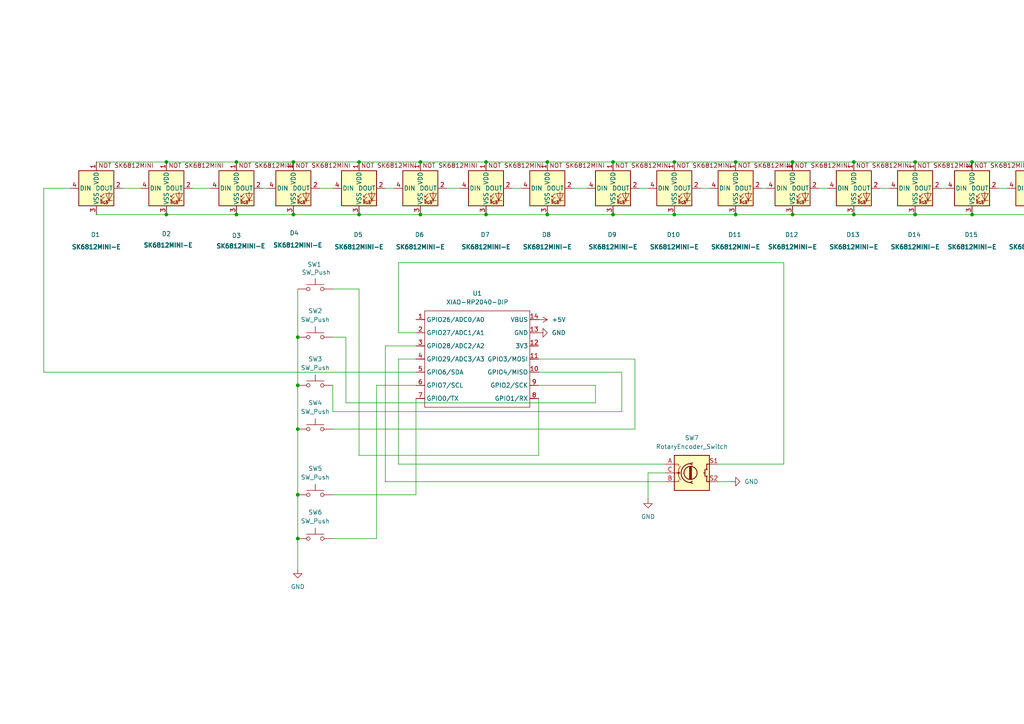
<source format=kicad_sch>
(kicad_sch
	(version 20250114)
	(generator "eeschema")
	(generator_version "9.0")
	(uuid "cc149e8c-9794-40e0-acfe-0a3dd1d82288")
	(paper "A4")
	(lib_symbols
		(symbol "Device:RotaryEncoder_Switch"
			(pin_names
				(offset 0.254)
				(hide yes)
			)
			(exclude_from_sim no)
			(in_bom yes)
			(on_board yes)
			(property "Reference" "SW"
				(at 0 6.604 0)
				(effects
					(font
						(size 1.27 1.27)
					)
				)
			)
			(property "Value" "RotaryEncoder_Switch"
				(at 0 -6.604 0)
				(effects
					(font
						(size 1.27 1.27)
					)
				)
			)
			(property "Footprint" ""
				(at -3.81 4.064 0)
				(effects
					(font
						(size 1.27 1.27)
					)
					(hide yes)
				)
			)
			(property "Datasheet" "~"
				(at 0 6.604 0)
				(effects
					(font
						(size 1.27 1.27)
					)
					(hide yes)
				)
			)
			(property "Description" "Rotary encoder, dual channel, incremental quadrate outputs, with switch"
				(at 0 0 0)
				(effects
					(font
						(size 1.27 1.27)
					)
					(hide yes)
				)
			)
			(property "ki_keywords" "rotary switch encoder switch push button"
				(at 0 0 0)
				(effects
					(font
						(size 1.27 1.27)
					)
					(hide yes)
				)
			)
			(property "ki_fp_filters" "RotaryEncoder*Switch*"
				(at 0 0 0)
				(effects
					(font
						(size 1.27 1.27)
					)
					(hide yes)
				)
			)
			(symbol "RotaryEncoder_Switch_0_1"
				(rectangle
					(start -5.08 5.08)
					(end 5.08 -5.08)
					(stroke
						(width 0.254)
						(type default)
					)
					(fill
						(type background)
					)
				)
				(polyline
					(pts
						(xy -5.08 2.54) (xy -3.81 2.54) (xy -3.81 2.032)
					)
					(stroke
						(width 0)
						(type default)
					)
					(fill
						(type none)
					)
				)
				(polyline
					(pts
						(xy -5.08 0) (xy -3.81 0) (xy -3.81 -1.016) (xy -3.302 -2.032)
					)
					(stroke
						(width 0)
						(type default)
					)
					(fill
						(type none)
					)
				)
				(polyline
					(pts
						(xy -5.08 -2.54) (xy -3.81 -2.54) (xy -3.81 -2.032)
					)
					(stroke
						(width 0)
						(type default)
					)
					(fill
						(type none)
					)
				)
				(polyline
					(pts
						(xy -4.318 0) (xy -3.81 0) (xy -3.81 1.016) (xy -3.302 2.032)
					)
					(stroke
						(width 0)
						(type default)
					)
					(fill
						(type none)
					)
				)
				(circle
					(center -3.81 0)
					(radius 0.254)
					(stroke
						(width 0)
						(type default)
					)
					(fill
						(type outline)
					)
				)
				(polyline
					(pts
						(xy -0.635 -1.778) (xy -0.635 1.778)
					)
					(stroke
						(width 0.254)
						(type default)
					)
					(fill
						(type none)
					)
				)
				(circle
					(center -0.381 0)
					(radius 1.905)
					(stroke
						(width 0.254)
						(type default)
					)
					(fill
						(type none)
					)
				)
				(polyline
					(pts
						(xy -0.381 -1.778) (xy -0.381 1.778)
					)
					(stroke
						(width 0.254)
						(type default)
					)
					(fill
						(type none)
					)
				)
				(arc
					(start -0.381 -2.794)
					(mid -3.0988 -0.0635)
					(end -0.381 2.667)
					(stroke
						(width 0.254)
						(type default)
					)
					(fill
						(type none)
					)
				)
				(polyline
					(pts
						(xy -0.127 1.778) (xy -0.127 -1.778)
					)
					(stroke
						(width 0.254)
						(type default)
					)
					(fill
						(type none)
					)
				)
				(polyline
					(pts
						(xy 0.254 2.921) (xy -0.508 2.667) (xy 0.127 2.286)
					)
					(stroke
						(width 0.254)
						(type default)
					)
					(fill
						(type none)
					)
				)
				(polyline
					(pts
						(xy 0.254 -3.048) (xy -0.508 -2.794) (xy 0.127 -2.413)
					)
					(stroke
						(width 0.254)
						(type default)
					)
					(fill
						(type none)
					)
				)
				(polyline
					(pts
						(xy 3.81 1.016) (xy 3.81 -1.016)
					)
					(stroke
						(width 0.254)
						(type default)
					)
					(fill
						(type none)
					)
				)
				(polyline
					(pts
						(xy 3.81 0) (xy 3.429 0)
					)
					(stroke
						(width 0.254)
						(type default)
					)
					(fill
						(type none)
					)
				)
				(circle
					(center 4.318 1.016)
					(radius 0.127)
					(stroke
						(width 0.254)
						(type default)
					)
					(fill
						(type none)
					)
				)
				(circle
					(center 4.318 -1.016)
					(radius 0.127)
					(stroke
						(width 0.254)
						(type default)
					)
					(fill
						(type none)
					)
				)
				(polyline
					(pts
						(xy 5.08 2.54) (xy 4.318 2.54) (xy 4.318 1.016)
					)
					(stroke
						(width 0.254)
						(type default)
					)
					(fill
						(type none)
					)
				)
				(polyline
					(pts
						(xy 5.08 -2.54) (xy 4.318 -2.54) (xy 4.318 -1.016)
					)
					(stroke
						(width 0.254)
						(type default)
					)
					(fill
						(type none)
					)
				)
			)
			(symbol "RotaryEncoder_Switch_1_1"
				(pin passive line
					(at -7.62 2.54 0)
					(length 2.54)
					(name "A"
						(effects
							(font
								(size 1.27 1.27)
							)
						)
					)
					(number "A"
						(effects
							(font
								(size 1.27 1.27)
							)
						)
					)
				)
				(pin passive line
					(at -7.62 0 0)
					(length 2.54)
					(name "C"
						(effects
							(font
								(size 1.27 1.27)
							)
						)
					)
					(number "C"
						(effects
							(font
								(size 1.27 1.27)
							)
						)
					)
				)
				(pin passive line
					(at -7.62 -2.54 0)
					(length 2.54)
					(name "B"
						(effects
							(font
								(size 1.27 1.27)
							)
						)
					)
					(number "B"
						(effects
							(font
								(size 1.27 1.27)
							)
						)
					)
				)
				(pin passive line
					(at 7.62 2.54 180)
					(length 2.54)
					(name "S1"
						(effects
							(font
								(size 1.27 1.27)
							)
						)
					)
					(number "S1"
						(effects
							(font
								(size 1.27 1.27)
							)
						)
					)
				)
				(pin passive line
					(at 7.62 -2.54 180)
					(length 2.54)
					(name "S2"
						(effects
							(font
								(size 1.27 1.27)
							)
						)
					)
					(number "S2"
						(effects
							(font
								(size 1.27 1.27)
							)
						)
					)
				)
			)
			(embedded_fonts no)
		)
		(symbol "OPL:XIAO-RP2040-DIP"
			(exclude_from_sim no)
			(in_bom yes)
			(on_board yes)
			(property "Reference" "U"
				(at 0 0 0)
				(effects
					(font
						(size 1.27 1.27)
					)
				)
			)
			(property "Value" "XIAO-RP2040-DIP"
				(at 5.334 -1.778 0)
				(effects
					(font
						(size 1.27 1.27)
					)
				)
			)
			(property "Footprint" "Module:MOUDLE14P-XIAO-DIP-SMD"
				(at 14.478 -32.258 0)
				(effects
					(font
						(size 1.27 1.27)
					)
					(hide yes)
				)
			)
			(property "Datasheet" ""
				(at 0 0 0)
				(effects
					(font
						(size 1.27 1.27)
					)
					(hide yes)
				)
			)
			(property "Description" ""
				(at 0 0 0)
				(effects
					(font
						(size 1.27 1.27)
					)
					(hide yes)
				)
			)
			(symbol "XIAO-RP2040-DIP_1_0"
				(polyline
					(pts
						(xy -1.27 -2.54) (xy 29.21 -2.54)
					)
					(stroke
						(width 0.1524)
						(type solid)
					)
					(fill
						(type none)
					)
				)
				(polyline
					(pts
						(xy -1.27 -5.08) (xy -2.54 -5.08)
					)
					(stroke
						(width 0.1524)
						(type solid)
					)
					(fill
						(type none)
					)
				)
				(polyline
					(pts
						(xy -1.27 -5.08) (xy -1.27 -2.54)
					)
					(stroke
						(width 0.1524)
						(type solid)
					)
					(fill
						(type none)
					)
				)
				(polyline
					(pts
						(xy -1.27 -8.89) (xy -2.54 -8.89)
					)
					(stroke
						(width 0.1524)
						(type solid)
					)
					(fill
						(type none)
					)
				)
				(polyline
					(pts
						(xy -1.27 -8.89) (xy -1.27 -5.08)
					)
					(stroke
						(width 0.1524)
						(type solid)
					)
					(fill
						(type none)
					)
				)
				(polyline
					(pts
						(xy -1.27 -12.7) (xy -2.54 -12.7)
					)
					(stroke
						(width 0.1524)
						(type solid)
					)
					(fill
						(type none)
					)
				)
				(polyline
					(pts
						(xy -1.27 -12.7) (xy -1.27 -8.89)
					)
					(stroke
						(width 0.1524)
						(type solid)
					)
					(fill
						(type none)
					)
				)
				(polyline
					(pts
						(xy -1.27 -16.51) (xy -2.54 -16.51)
					)
					(stroke
						(width 0.1524)
						(type solid)
					)
					(fill
						(type none)
					)
				)
				(polyline
					(pts
						(xy -1.27 -16.51) (xy -1.27 -12.7)
					)
					(stroke
						(width 0.1524)
						(type solid)
					)
					(fill
						(type none)
					)
				)
				(polyline
					(pts
						(xy -1.27 -20.32) (xy -2.54 -20.32)
					)
					(stroke
						(width 0.1524)
						(type solid)
					)
					(fill
						(type none)
					)
				)
				(polyline
					(pts
						(xy -1.27 -24.13) (xy -2.54 -24.13)
					)
					(stroke
						(width 0.1524)
						(type solid)
					)
					(fill
						(type none)
					)
				)
				(polyline
					(pts
						(xy -1.27 -27.94) (xy -2.54 -27.94)
					)
					(stroke
						(width 0.1524)
						(type solid)
					)
					(fill
						(type none)
					)
				)
				(polyline
					(pts
						(xy -1.27 -30.48) (xy -1.27 -16.51)
					)
					(stroke
						(width 0.1524)
						(type solid)
					)
					(fill
						(type none)
					)
				)
				(polyline
					(pts
						(xy 29.21 -2.54) (xy 29.21 -5.08)
					)
					(stroke
						(width 0.1524)
						(type solid)
					)
					(fill
						(type none)
					)
				)
				(polyline
					(pts
						(xy 29.21 -5.08) (xy 29.21 -8.89)
					)
					(stroke
						(width 0.1524)
						(type solid)
					)
					(fill
						(type none)
					)
				)
				(polyline
					(pts
						(xy 29.21 -8.89) (xy 29.21 -12.7)
					)
					(stroke
						(width 0.1524)
						(type solid)
					)
					(fill
						(type none)
					)
				)
				(polyline
					(pts
						(xy 29.21 -12.7) (xy 29.21 -30.48)
					)
					(stroke
						(width 0.1524)
						(type solid)
					)
					(fill
						(type none)
					)
				)
				(polyline
					(pts
						(xy 29.21 -30.48) (xy -1.27 -30.48)
					)
					(stroke
						(width 0.1524)
						(type solid)
					)
					(fill
						(type none)
					)
				)
				(polyline
					(pts
						(xy 30.48 -5.08) (xy 29.21 -5.08)
					)
					(stroke
						(width 0.1524)
						(type solid)
					)
					(fill
						(type none)
					)
				)
				(polyline
					(pts
						(xy 30.48 -8.89) (xy 29.21 -8.89)
					)
					(stroke
						(width 0.1524)
						(type solid)
					)
					(fill
						(type none)
					)
				)
				(polyline
					(pts
						(xy 30.48 -12.7) (xy 29.21 -12.7)
					)
					(stroke
						(width 0.1524)
						(type solid)
					)
					(fill
						(type none)
					)
				)
				(polyline
					(pts
						(xy 30.48 -16.51) (xy 29.21 -16.51)
					)
					(stroke
						(width 0.1524)
						(type solid)
					)
					(fill
						(type none)
					)
				)
				(polyline
					(pts
						(xy 30.48 -20.32) (xy 29.21 -20.32)
					)
					(stroke
						(width 0.1524)
						(type solid)
					)
					(fill
						(type none)
					)
				)
				(polyline
					(pts
						(xy 30.48 -24.13) (xy 29.21 -24.13)
					)
					(stroke
						(width 0.1524)
						(type solid)
					)
					(fill
						(type none)
					)
				)
				(polyline
					(pts
						(xy 30.48 -27.94) (xy 29.21 -27.94)
					)
					(stroke
						(width 0.1524)
						(type solid)
					)
					(fill
						(type none)
					)
				)
				(pin passive line
					(at -3.81 -5.08 0)
					(length 2.54)
					(name "GPIO26/ADC0/A0"
						(effects
							(font
								(size 1.27 1.27)
							)
						)
					)
					(number "1"
						(effects
							(font
								(size 1.27 1.27)
							)
						)
					)
				)
				(pin passive line
					(at -3.81 -8.89 0)
					(length 2.54)
					(name "GPIO27/ADC1/A1"
						(effects
							(font
								(size 1.27 1.27)
							)
						)
					)
					(number "2"
						(effects
							(font
								(size 1.27 1.27)
							)
						)
					)
				)
				(pin passive line
					(at -3.81 -12.7 0)
					(length 2.54)
					(name "GPIO28/ADC2/A2"
						(effects
							(font
								(size 1.27 1.27)
							)
						)
					)
					(number "3"
						(effects
							(font
								(size 1.27 1.27)
							)
						)
					)
				)
				(pin passive line
					(at -3.81 -16.51 0)
					(length 2.54)
					(name "GPIO29/ADC3/A3"
						(effects
							(font
								(size 1.27 1.27)
							)
						)
					)
					(number "4"
						(effects
							(font
								(size 1.27 1.27)
							)
						)
					)
				)
				(pin passive line
					(at -3.81 -20.32 0)
					(length 2.54)
					(name "GPIO6/SDA"
						(effects
							(font
								(size 1.27 1.27)
							)
						)
					)
					(number "5"
						(effects
							(font
								(size 1.27 1.27)
							)
						)
					)
				)
				(pin passive line
					(at -3.81 -24.13 0)
					(length 2.54)
					(name "GPIO7/SCL"
						(effects
							(font
								(size 1.27 1.27)
							)
						)
					)
					(number "6"
						(effects
							(font
								(size 1.27 1.27)
							)
						)
					)
				)
				(pin passive line
					(at -3.81 -27.94 0)
					(length 2.54)
					(name "GPIO0/TX"
						(effects
							(font
								(size 1.27 1.27)
							)
						)
					)
					(number "7"
						(effects
							(font
								(size 1.27 1.27)
							)
						)
					)
				)
				(pin passive line
					(at 31.75 -5.08 180)
					(length 2.54)
					(name "VBUS"
						(effects
							(font
								(size 1.27 1.27)
							)
						)
					)
					(number "14"
						(effects
							(font
								(size 1.27 1.27)
							)
						)
					)
				)
				(pin passive line
					(at 31.75 -8.89 180)
					(length 2.54)
					(name "GND"
						(effects
							(font
								(size 1.27 1.27)
							)
						)
					)
					(number "13"
						(effects
							(font
								(size 1.27 1.27)
							)
						)
					)
				)
				(pin passive line
					(at 31.75 -12.7 180)
					(length 2.54)
					(name "3V3"
						(effects
							(font
								(size 1.27 1.27)
							)
						)
					)
					(number "12"
						(effects
							(font
								(size 1.27 1.27)
							)
						)
					)
				)
				(pin passive line
					(at 31.75 -16.51 180)
					(length 2.54)
					(name "GPIO3/MOSI"
						(effects
							(font
								(size 1.27 1.27)
							)
						)
					)
					(number "11"
						(effects
							(font
								(size 1.27 1.27)
							)
						)
					)
				)
				(pin passive line
					(at 31.75 -20.32 180)
					(length 2.54)
					(name "GPIO4/MISO"
						(effects
							(font
								(size 1.27 1.27)
							)
						)
					)
					(number "10"
						(effects
							(font
								(size 1.27 1.27)
							)
						)
					)
				)
				(pin passive line
					(at 31.75 -24.13 180)
					(length 2.54)
					(name "GPIO2/SCK"
						(effects
							(font
								(size 1.27 1.27)
							)
						)
					)
					(number "9"
						(effects
							(font
								(size 1.27 1.27)
							)
						)
					)
				)
				(pin passive line
					(at 31.75 -27.94 180)
					(length 2.54)
					(name "GPIO1/RX"
						(effects
							(font
								(size 1.27 1.27)
							)
						)
					)
					(number "8"
						(effects
							(font
								(size 1.27 1.27)
							)
						)
					)
				)
			)
			(embedded_fonts no)
		)
		(symbol "Switch:SW_Push"
			(pin_numbers
				(hide yes)
			)
			(pin_names
				(offset 1.016)
				(hide yes)
			)
			(exclude_from_sim no)
			(in_bom yes)
			(on_board yes)
			(property "Reference" "SW"
				(at 1.27 2.54 0)
				(effects
					(font
						(size 1.27 1.27)
					)
					(justify left)
				)
			)
			(property "Value" "SW_Push"
				(at 0 -1.524 0)
				(effects
					(font
						(size 1.27 1.27)
					)
				)
			)
			(property "Footprint" ""
				(at 0 5.08 0)
				(effects
					(font
						(size 1.27 1.27)
					)
					(hide yes)
				)
			)
			(property "Datasheet" "~"
				(at 0 5.08 0)
				(effects
					(font
						(size 1.27 1.27)
					)
					(hide yes)
				)
			)
			(property "Description" "Push button switch, generic, two pins"
				(at 0 0 0)
				(effects
					(font
						(size 1.27 1.27)
					)
					(hide yes)
				)
			)
			(property "ki_keywords" "switch normally-open pushbutton push-button"
				(at 0 0 0)
				(effects
					(font
						(size 1.27 1.27)
					)
					(hide yes)
				)
			)
			(symbol "SW_Push_0_1"
				(circle
					(center -2.032 0)
					(radius 0.508)
					(stroke
						(width 0)
						(type default)
					)
					(fill
						(type none)
					)
				)
				(polyline
					(pts
						(xy 0 1.27) (xy 0 3.048)
					)
					(stroke
						(width 0)
						(type default)
					)
					(fill
						(type none)
					)
				)
				(circle
					(center 2.032 0)
					(radius 0.508)
					(stroke
						(width 0)
						(type default)
					)
					(fill
						(type none)
					)
				)
				(polyline
					(pts
						(xy 2.54 1.27) (xy -2.54 1.27)
					)
					(stroke
						(width 0)
						(type default)
					)
					(fill
						(type none)
					)
				)
				(pin passive line
					(at -5.08 0 0)
					(length 2.54)
					(name "1"
						(effects
							(font
								(size 1.27 1.27)
							)
						)
					)
					(number "1"
						(effects
							(font
								(size 1.27 1.27)
							)
						)
					)
				)
				(pin passive line
					(at 5.08 0 180)
					(length 2.54)
					(name "2"
						(effects
							(font
								(size 1.27 1.27)
							)
						)
					)
					(number "2"
						(effects
							(font
								(size 1.27 1.27)
							)
						)
					)
				)
			)
			(embedded_fonts no)
		)
		(symbol "power:+5V"
			(power)
			(pin_numbers
				(hide yes)
			)
			(pin_names
				(offset 0)
				(hide yes)
			)
			(exclude_from_sim no)
			(in_bom yes)
			(on_board yes)
			(property "Reference" "#PWR"
				(at 0 -3.81 0)
				(effects
					(font
						(size 1.27 1.27)
					)
					(hide yes)
				)
			)
			(property "Value" "+5V"
				(at 0 3.556 0)
				(effects
					(font
						(size 1.27 1.27)
					)
				)
			)
			(property "Footprint" ""
				(at 0 0 0)
				(effects
					(font
						(size 1.27 1.27)
					)
					(hide yes)
				)
			)
			(property "Datasheet" ""
				(at 0 0 0)
				(effects
					(font
						(size 1.27 1.27)
					)
					(hide yes)
				)
			)
			(property "Description" "Power symbol creates a global label with name \"+5V\""
				(at 0 0 0)
				(effects
					(font
						(size 1.27 1.27)
					)
					(hide yes)
				)
			)
			(property "ki_keywords" "global power"
				(at 0 0 0)
				(effects
					(font
						(size 1.27 1.27)
					)
					(hide yes)
				)
			)
			(symbol "+5V_0_1"
				(polyline
					(pts
						(xy -0.762 1.27) (xy 0 2.54)
					)
					(stroke
						(width 0)
						(type default)
					)
					(fill
						(type none)
					)
				)
				(polyline
					(pts
						(xy 0 2.54) (xy 0.762 1.27)
					)
					(stroke
						(width 0)
						(type default)
					)
					(fill
						(type none)
					)
				)
				(polyline
					(pts
						(xy 0 0) (xy 0 2.54)
					)
					(stroke
						(width 0)
						(type default)
					)
					(fill
						(type none)
					)
				)
			)
			(symbol "+5V_1_1"
				(pin power_in line
					(at 0 0 90)
					(length 0)
					(name "~"
						(effects
							(font
								(size 1.27 1.27)
							)
						)
					)
					(number "1"
						(effects
							(font
								(size 1.27 1.27)
							)
						)
					)
				)
			)
			(embedded_fonts no)
		)
		(symbol "power:GND"
			(power)
			(pin_numbers
				(hide yes)
			)
			(pin_names
				(offset 0)
				(hide yes)
			)
			(exclude_from_sim no)
			(in_bom yes)
			(on_board yes)
			(property "Reference" "#PWR"
				(at 0 -6.35 0)
				(effects
					(font
						(size 1.27 1.27)
					)
					(hide yes)
				)
			)
			(property "Value" "GND"
				(at 0 -3.81 0)
				(effects
					(font
						(size 1.27 1.27)
					)
				)
			)
			(property "Footprint" ""
				(at 0 0 0)
				(effects
					(font
						(size 1.27 1.27)
					)
					(hide yes)
				)
			)
			(property "Datasheet" ""
				(at 0 0 0)
				(effects
					(font
						(size 1.27 1.27)
					)
					(hide yes)
				)
			)
			(property "Description" "Power symbol creates a global label with name \"GND\" , ground"
				(at 0 0 0)
				(effects
					(font
						(size 1.27 1.27)
					)
					(hide yes)
				)
			)
			(property "ki_keywords" "global power"
				(at 0 0 0)
				(effects
					(font
						(size 1.27 1.27)
					)
					(hide yes)
				)
			)
			(symbol "GND_0_1"
				(polyline
					(pts
						(xy 0 0) (xy 0 -1.27) (xy 1.27 -1.27) (xy 0 -2.54) (xy -1.27 -1.27) (xy 0 -1.27)
					)
					(stroke
						(width 0)
						(type default)
					)
					(fill
						(type none)
					)
				)
			)
			(symbol "GND_1_1"
				(pin power_in line
					(at 0 0 270)
					(length 0)
					(name "~"
						(effects
							(font
								(size 1.27 1.27)
							)
						)
					)
					(number "1"
						(effects
							(font
								(size 1.27 1.27)
							)
						)
					)
				)
			)
			(embedded_fonts no)
		)
		(symbol "rgb:SK6812MINI-E"
			(pin_names
				(offset 0.254)
			)
			(exclude_from_sim no)
			(in_bom yes)
			(on_board yes)
			(property "Reference" "D"
				(at -3.556 5.842 0)
				(effects
					(font
						(size 1.27 1.27)
					)
					(justify right bottom)
				)
			)
			(property "Value" "SK6812MINI-E"
				(at 1.27 -5.715 0)
				(effects
					(font
						(size 1.27 1.27)
						(thickness 0.254)
						(bold yes)
					)
					(justify left top)
				)
			)
			(property "Footprint" "SK6812MINI-E - 3.2x2.8x1.78mm"
				(at 1.27 -7.62 0)
				(effects
					(font
						(size 1.27 1.27)
					)
					(justify left top)
					(hide yes)
				)
			)
			(property "Datasheet" "https://cdn-shop.adafruit.com/product-files/4960/4960_SK6812MINI-E_REV02_EN.pdf"
				(at 2.54 -9.525 0)
				(effects
					(font
						(size 1.27 1.27)
					)
					(justify left top)
					(hide yes)
				)
			)
			(property "Description" "RGB LED with integrated controller"
				(at 0 0 0)
				(effects
					(font
						(size 1.27 1.27)
					)
					(hide yes)
				)
			)
			(property "ki_keywords" "RGB LED NeoPixel Mini addressable"
				(at 0 0 0)
				(effects
					(font
						(size 1.27 1.27)
					)
					(hide yes)
				)
			)
			(property "ki_fp_filters" "LED*SK6812MINI*PLCC*3.5x3.5mm*P1.75mm*"
				(at 0 0 0)
				(effects
					(font
						(size 1.27 1.27)
					)
					(hide yes)
				)
			)
			(symbol "SK6812MINI-E_0_0"
				(text "RGB"
					(at 2.286 -4.191 0)
					(effects
						(font
							(size 0.762 0.762)
						)
					)
				)
			)
			(symbol "SK6812MINI-E_0_1"
				(rectangle
					(start -5.08 5.08)
					(end 5.08 -5.08)
					(stroke
						(width 0.254)
						(type default)
					)
					(fill
						(type background)
					)
				)
				(polyline
					(pts
						(xy 1.27 -2.54) (xy 1.778 -2.54)
					)
					(stroke
						(width 0)
						(type default)
					)
					(fill
						(type none)
					)
				)
				(polyline
					(pts
						(xy 1.27 -3.556) (xy 1.778 -3.556)
					)
					(stroke
						(width 0)
						(type default)
					)
					(fill
						(type none)
					)
				)
				(polyline
					(pts
						(xy 2.286 -1.524) (xy 1.27 -2.54) (xy 1.27 -2.032)
					)
					(stroke
						(width 0)
						(type default)
					)
					(fill
						(type none)
					)
				)
				(polyline
					(pts
						(xy 2.286 -2.54) (xy 1.27 -3.556) (xy 1.27 -3.048)
					)
					(stroke
						(width 0)
						(type default)
					)
					(fill
						(type none)
					)
				)
				(polyline
					(pts
						(xy 3.683 -1.016) (xy 3.683 -3.556) (xy 3.683 -4.064)
					)
					(stroke
						(width 0)
						(type default)
					)
					(fill
						(type none)
					)
				)
				(polyline
					(pts
						(xy 4.699 -1.524) (xy 2.667 -1.524) (xy 3.683 -3.556) (xy 4.699 -1.524)
					)
					(stroke
						(width 0)
						(type default)
					)
					(fill
						(type none)
					)
				)
				(polyline
					(pts
						(xy 4.699 -3.556) (xy 2.667 -3.556)
					)
					(stroke
						(width 0)
						(type default)
					)
					(fill
						(type none)
					)
				)
			)
			(symbol "SK6812MINI-E_1_1"
				(text "NOT SK6812MINI"
					(at 8.636 6.604 0)
					(effects
						(font
							(size 1.27 1.27)
						)
					)
				)
				(pin input line
					(at -7.62 0 0)
					(length 2.54)
					(name "DIN"
						(effects
							(font
								(size 1.27 1.27)
							)
						)
					)
					(number "4"
						(effects
							(font
								(size 1.27 1.27)
							)
						)
					)
				)
				(pin power_in line
					(at 0 7.62 270)
					(length 2.54)
					(name "VDD"
						(effects
							(font
								(size 1.27 1.27)
							)
						)
					)
					(number "1"
						(effects
							(font
								(size 1.27 1.27)
							)
						)
					)
				)
				(pin power_in line
					(at 0 -7.62 90)
					(length 2.54)
					(name "VSS"
						(effects
							(font
								(size 1.27 1.27)
							)
						)
					)
					(number "3"
						(effects
							(font
								(size 1.27 1.27)
							)
						)
					)
				)
				(pin output line
					(at 7.62 0 180)
					(length 2.54)
					(name "DOUT"
						(effects
							(font
								(size 1.27 1.27)
							)
						)
					)
					(number "2"
						(effects
							(font
								(size 1.27 1.27)
							)
						)
					)
				)
			)
			(embedded_fonts no)
		)
	)
	(junction
		(at 121.92 62.23)
		(diameter 0)
		(color 0 0 0 0)
		(uuid "28f9770f-029a-4222-8989-cd1b33fe77e5")
	)
	(junction
		(at 247.65 62.23)
		(diameter 0)
		(color 0 0 0 0)
		(uuid "2e2ec67a-0271-46d5-aa47-563e4f5af96d")
	)
	(junction
		(at 229.87 46.99)
		(diameter 0)
		(color 0 0 0 0)
		(uuid "3519b059-3631-427a-b472-30400108a65f")
	)
	(junction
		(at 158.75 46.99)
		(diameter 0)
		(color 0 0 0 0)
		(uuid "3968b320-dc97-43e7-b263-427a9071886b")
	)
	(junction
		(at 86.36 143.51)
		(diameter 0)
		(color 0 0 0 0)
		(uuid "3aef6729-bee6-4733-87e0-5030b4c650dd")
	)
	(junction
		(at 281.94 46.99)
		(diameter 0)
		(color 0 0 0 0)
		(uuid "3c4b2146-7b6d-429b-9613-bd84029f1e59")
	)
	(junction
		(at 86.36 156.21)
		(diameter 0)
		(color 0 0 0 0)
		(uuid "3c765ff1-9d84-442e-9604-38a82c7f43b8")
	)
	(junction
		(at 195.58 62.23)
		(diameter 0)
		(color 0 0 0 0)
		(uuid "50645b3e-0778-40e1-9949-3d5fc17cc0d5")
	)
	(junction
		(at 48.26 46.99)
		(diameter 0)
		(color 0 0 0 0)
		(uuid "54078922-4fe7-4917-8717-ff88b2a0f7ce")
	)
	(junction
		(at 213.36 62.23)
		(diameter 0)
		(color 0 0 0 0)
		(uuid "57215cf8-7640-4800-af0e-52bd56479ff5")
	)
	(junction
		(at 140.97 46.99)
		(diameter 0)
		(color 0 0 0 0)
		(uuid "5de66e55-2a60-49e3-abb1-3cfd19df28dd")
	)
	(junction
		(at 281.94 62.23)
		(diameter 0)
		(color 0 0 0 0)
		(uuid "60802980-675a-4e66-9218-2e4e2820b06c")
	)
	(junction
		(at 86.36 97.79)
		(diameter 0)
		(color 0 0 0 0)
		(uuid "623276b4-bf1b-4547-9ef0-6596313276df")
	)
	(junction
		(at 195.58 46.99)
		(diameter 0)
		(color 0 0 0 0)
		(uuid "63068bc8-00a9-471f-a3a7-bfc17609c5eb")
	)
	(junction
		(at 299.72 46.99)
		(diameter 0)
		(color 0 0 0 0)
		(uuid "6d0694a4-5e52-449d-a252-f6873253da34")
	)
	(junction
		(at 140.97 62.23)
		(diameter 0)
		(color 0 0 0 0)
		(uuid "70d3aa26-23e5-4965-950e-a974d65cf33d")
	)
	(junction
		(at 104.14 62.23)
		(diameter 0)
		(color 0 0 0 0)
		(uuid "76292caf-795e-4c76-a28e-d57cfedd269e")
	)
	(junction
		(at 121.92 46.99)
		(diameter 0)
		(color 0 0 0 0)
		(uuid "78fd26f9-d1ba-4a94-9021-48f03cd1f677")
	)
	(junction
		(at 265.43 62.23)
		(diameter 0)
		(color 0 0 0 0)
		(uuid "7a55e930-4534-45a3-a81f-9da5b18c9751")
	)
	(junction
		(at 86.36 111.76)
		(diameter 0)
		(color 0 0 0 0)
		(uuid "7bf5a07c-1b3c-473f-a84c-14b0f2eb05da")
	)
	(junction
		(at 265.43 46.99)
		(diameter 0)
		(color 0 0 0 0)
		(uuid "8159af14-fe6e-42c8-9a11-332c60fbb586")
	)
	(junction
		(at 86.36 124.46)
		(diameter 0)
		(color 0 0 0 0)
		(uuid "89bec99e-b4a9-4398-aef3-1a40666afab5")
	)
	(junction
		(at 158.75 62.23)
		(diameter 0)
		(color 0 0 0 0)
		(uuid "92968669-180c-4113-9954-4e0e3f7f5654")
	)
	(junction
		(at 85.09 46.99)
		(diameter 0)
		(color 0 0 0 0)
		(uuid "988052a3-c5b6-47ba-8a1e-997e50564fa0")
	)
	(junction
		(at 177.8 62.23)
		(diameter 0)
		(color 0 0 0 0)
		(uuid "9df6da07-c7a3-4ebe-abb9-056020da1a0d")
	)
	(junction
		(at 177.8 46.99)
		(diameter 0)
		(color 0 0 0 0)
		(uuid "9e7a2940-878e-4427-b7fe-567343283ff0")
	)
	(junction
		(at 68.58 46.99)
		(diameter 0)
		(color 0 0 0 0)
		(uuid "a916d696-25e7-49f4-9b84-8ba0c403dfd1")
	)
	(junction
		(at 85.09 62.23)
		(diameter 0)
		(color 0 0 0 0)
		(uuid "b67249b4-87b4-4769-9834-7349cc40bde9")
	)
	(junction
		(at 48.26 62.23)
		(diameter 0)
		(color 0 0 0 0)
		(uuid "b995c9a9-6263-42f7-82e9-88c829b25de6")
	)
	(junction
		(at 104.14 46.99)
		(diameter 0)
		(color 0 0 0 0)
		(uuid "bc000f06-ebbf-43ce-a51b-e26a80877b56")
	)
	(junction
		(at 247.65 46.99)
		(diameter 0)
		(color 0 0 0 0)
		(uuid "ca8b7edf-bc79-43bd-8fe1-3d7eab7efabb")
	)
	(junction
		(at 68.58 62.23)
		(diameter 0)
		(color 0 0 0 0)
		(uuid "e7c3c96f-5f06-45e0-93fd-06a90fbef7de")
	)
	(junction
		(at 299.72 62.23)
		(diameter 0)
		(color 0 0 0 0)
		(uuid "ef211cf5-08f3-40d5-96a0-fac9ad5c3e81")
	)
	(junction
		(at 213.36 46.99)
		(diameter 0)
		(color 0 0 0 0)
		(uuid "f828db33-6298-4395-ac7b-899862de8892")
	)
	(junction
		(at 229.87 62.23)
		(diameter 0)
		(color 0 0 0 0)
		(uuid "f91c525f-103a-4633-8aea-cbb156391bee")
	)
	(wire
		(pts
			(xy 265.43 62.23) (xy 281.94 62.23)
		)
		(stroke
			(width 0)
			(type default)
		)
		(uuid "051aefe2-f615-49c8-a403-4dc68f989402")
	)
	(wire
		(pts
			(xy 247.65 46.99) (xy 265.43 46.99)
		)
		(stroke
			(width 0)
			(type default)
		)
		(uuid "05f2054b-623f-4d7c-ad17-7fb397e8f155")
	)
	(wire
		(pts
			(xy 184.15 124.46) (xy 96.52 124.46)
		)
		(stroke
			(width 0)
			(type default)
		)
		(uuid "07d102f5-50c7-4602-a060-39d965c9122a")
	)
	(wire
		(pts
			(xy 193.04 139.7) (xy 111.76 139.7)
		)
		(stroke
			(width 0)
			(type default)
		)
		(uuid "0a787294-369d-428c-b24f-447a64979f0a")
	)
	(wire
		(pts
			(xy 111.76 139.7) (xy 111.76 100.33)
		)
		(stroke
			(width 0)
			(type default)
		)
		(uuid "0deafdb8-1871-4e39-addf-d9278cc8624c")
	)
	(wire
		(pts
			(xy 172.72 116.84) (xy 100.33 116.84)
		)
		(stroke
			(width 0)
			(type default)
		)
		(uuid "0f9a2472-8a98-4b6d-ad22-a5ab0f444830")
	)
	(wire
		(pts
			(xy 86.36 83.82) (xy 86.36 97.79)
		)
		(stroke
			(width 0)
			(type default)
		)
		(uuid "12d03bdb-42d8-4e5a-a0a1-44064f856656")
	)
	(wire
		(pts
			(xy 255.27 54.61) (xy 257.81 54.61)
		)
		(stroke
			(width 0)
			(type default)
		)
		(uuid "16135ef9-8556-4f85-b7df-4411da3e5f04")
	)
	(wire
		(pts
			(xy 148.59 54.61) (xy 151.13 54.61)
		)
		(stroke
			(width 0)
			(type default)
		)
		(uuid "1899cec5-5bb5-42b0-a641-dbf0434e9196")
	)
	(wire
		(pts
			(xy 12.7 54.61) (xy 20.32 54.61)
		)
		(stroke
			(width 0)
			(type default)
		)
		(uuid "1a126d50-ae53-4247-86d1-60cb42818fdf")
	)
	(wire
		(pts
			(xy 100.33 97.79) (xy 96.52 97.79)
		)
		(stroke
			(width 0)
			(type default)
		)
		(uuid "1d546635-f37f-4323-a5bb-5d420c5f6084")
	)
	(wire
		(pts
			(xy 172.72 111.76) (xy 172.72 116.84)
		)
		(stroke
			(width 0)
			(type default)
		)
		(uuid "21f21f6c-03b8-4085-857a-968612dac8cd")
	)
	(wire
		(pts
			(xy 265.43 46.99) (xy 281.94 46.99)
		)
		(stroke
			(width 0)
			(type default)
		)
		(uuid "226edc0b-1bc9-4d7f-9bb8-96dffb7f10f7")
	)
	(wire
		(pts
			(xy 86.36 97.79) (xy 86.36 111.76)
		)
		(stroke
			(width 0)
			(type default)
		)
		(uuid "246a3dac-a787-41ba-bf5d-9d90d8058415")
	)
	(wire
		(pts
			(xy 76.2 54.61) (xy 77.47 54.61)
		)
		(stroke
			(width 0)
			(type default)
		)
		(uuid "28bca12e-237d-4205-97a1-1056e581e02e")
	)
	(wire
		(pts
			(xy 55.88 54.61) (xy 60.96 54.61)
		)
		(stroke
			(width 0)
			(type default)
		)
		(uuid "293b2c68-e797-4fcd-a039-b3b49d6058cd")
	)
	(wire
		(pts
			(xy 195.58 62.23) (xy 213.36 62.23)
		)
		(stroke
			(width 0)
			(type default)
		)
		(uuid "2b30ed33-2c62-422f-b0b0-b2189b07d371")
	)
	(wire
		(pts
			(xy 120.65 111.76) (xy 109.22 111.76)
		)
		(stroke
			(width 0)
			(type default)
		)
		(uuid "2d603b91-d152-4b42-b187-507cb5c801e4")
	)
	(wire
		(pts
			(xy 227.33 134.62) (xy 227.33 76.2)
		)
		(stroke
			(width 0)
			(type default)
		)
		(uuid "2d6756b1-0c02-49f4-85ab-d7656d0a0f88")
	)
	(wire
		(pts
			(xy 109.22 156.21) (xy 96.52 156.21)
		)
		(stroke
			(width 0)
			(type default)
		)
		(uuid "31af6da6-682e-48bc-ab7c-6410d28c0f47")
	)
	(wire
		(pts
			(xy 104.14 62.23) (xy 121.92 62.23)
		)
		(stroke
			(width 0)
			(type default)
		)
		(uuid "38ff1bee-2137-45c7-9626-bd80041eb564")
	)
	(wire
		(pts
			(xy 111.76 54.61) (xy 114.3 54.61)
		)
		(stroke
			(width 0)
			(type default)
		)
		(uuid "39be18f7-0711-49cb-b725-2735b87e026a")
	)
	(wire
		(pts
			(xy 86.36 111.76) (xy 86.36 124.46)
		)
		(stroke
			(width 0)
			(type default)
		)
		(uuid "3e98d249-fe7b-4198-83e8-1d33ebfa1bcc")
	)
	(wire
		(pts
			(xy 156.21 104.14) (xy 184.15 104.14)
		)
		(stroke
			(width 0)
			(type default)
		)
		(uuid "4204549a-7d92-450d-bd85-0198466325a2")
	)
	(wire
		(pts
			(xy 140.97 46.99) (xy 158.75 46.99)
		)
		(stroke
			(width 0)
			(type default)
		)
		(uuid "4204c331-d068-41ae-8d8c-815b3d00e5b8")
	)
	(wire
		(pts
			(xy 86.36 156.21) (xy 86.36 143.51)
		)
		(stroke
			(width 0)
			(type default)
		)
		(uuid "45834de4-f4b5-4846-a2c2-3cc20b41af78")
	)
	(wire
		(pts
			(xy 156.21 107.95) (xy 180.34 107.95)
		)
		(stroke
			(width 0)
			(type default)
		)
		(uuid "4c96fd69-c59e-46e2-ac39-b2979c0a2ca9")
	)
	(wire
		(pts
			(xy 85.09 62.23) (xy 104.14 62.23)
		)
		(stroke
			(width 0)
			(type default)
		)
		(uuid "502c4606-adec-406b-a557-7478a401864c")
	)
	(wire
		(pts
			(xy 213.36 62.23) (xy 229.87 62.23)
		)
		(stroke
			(width 0)
			(type default)
		)
		(uuid "5248ad0d-199b-43f4-bbec-a39f4a6a63d6")
	)
	(wire
		(pts
			(xy 229.87 46.99) (xy 247.65 46.99)
		)
		(stroke
			(width 0)
			(type default)
		)
		(uuid "52860e4f-1687-4629-91df-94c083f0cdb2")
	)
	(wire
		(pts
			(xy 68.58 46.99) (xy 85.09 46.99)
		)
		(stroke
			(width 0)
			(type default)
		)
		(uuid "558c2bd5-8572-4dae-841d-0e32845e156c")
	)
	(wire
		(pts
			(xy 48.26 46.99) (xy 68.58 46.99)
		)
		(stroke
			(width 0)
			(type default)
		)
		(uuid "576e2a84-effe-4722-a7a9-b4c0a3d1beb7")
	)
	(wire
		(pts
			(xy 281.94 46.99) (xy 299.72 46.99)
		)
		(stroke
			(width 0)
			(type default)
		)
		(uuid "57d8bae2-0e70-4ff3-a9e1-39d3e75a3fde")
	)
	(wire
		(pts
			(xy 109.22 111.76) (xy 109.22 156.21)
		)
		(stroke
			(width 0)
			(type default)
		)
		(uuid "57f5582e-237a-4492-a20b-8a06c269561f")
	)
	(wire
		(pts
			(xy 273.05 54.61) (xy 274.32 54.61)
		)
		(stroke
			(width 0)
			(type default)
		)
		(uuid "59ca32fb-43e0-45b2-bd02-15e3ac922192")
	)
	(wire
		(pts
			(xy 86.36 165.1) (xy 86.36 156.21)
		)
		(stroke
			(width 0)
			(type default)
		)
		(uuid "5e87866f-4ca4-49bf-99f7-ac977c57efd7")
	)
	(wire
		(pts
			(xy 156.21 111.76) (xy 172.72 111.76)
		)
		(stroke
			(width 0)
			(type default)
		)
		(uuid "6272a827-0e48-41f7-be25-b453c30ae499")
	)
	(wire
		(pts
			(xy 92.71 54.61) (xy 96.52 54.61)
		)
		(stroke
			(width 0)
			(type default)
		)
		(uuid "6342acf6-a3df-4c36-8cfe-f73972aacc61")
	)
	(wire
		(pts
			(xy 104.14 132.08) (xy 104.14 83.82)
		)
		(stroke
			(width 0)
			(type default)
		)
		(uuid "67eb05ea-0a2e-42fb-8796-8e7664123a5a")
	)
	(wire
		(pts
			(xy 27.94 62.23) (xy 48.26 62.23)
		)
		(stroke
			(width 0)
			(type default)
		)
		(uuid "6a715d42-f7f1-4622-b931-8d1b17875376")
	)
	(wire
		(pts
			(xy 96.52 111.76) (xy 96.52 119.38)
		)
		(stroke
			(width 0)
			(type default)
		)
		(uuid "6ca73d90-2b14-40dc-8a06-833af4e1841c")
	)
	(wire
		(pts
			(xy 227.33 76.2) (xy 115.57 76.2)
		)
		(stroke
			(width 0)
			(type default)
		)
		(uuid "6f4c91f0-5eec-4d7e-a961-7de72ec821c1")
	)
	(wire
		(pts
			(xy 185.42 54.61) (xy 187.96 54.61)
		)
		(stroke
			(width 0)
			(type default)
		)
		(uuid "7292405e-5961-48c1-bd6d-89a80a148858")
	)
	(wire
		(pts
			(xy 184.15 104.14) (xy 184.15 124.46)
		)
		(stroke
			(width 0)
			(type default)
		)
		(uuid "7439e7a5-9465-493e-8b95-171c8b73c31b")
	)
	(wire
		(pts
			(xy 100.33 116.84) (xy 100.33 97.79)
		)
		(stroke
			(width 0)
			(type default)
		)
		(uuid "74b08ba7-0a36-47de-9c89-793654d68392")
	)
	(wire
		(pts
			(xy 158.75 62.23) (xy 177.8 62.23)
		)
		(stroke
			(width 0)
			(type default)
		)
		(uuid "764202e3-df27-4cfe-abec-59b8fdb0e449")
	)
	(wire
		(pts
			(xy 121.92 62.23) (xy 140.97 62.23)
		)
		(stroke
			(width 0)
			(type default)
		)
		(uuid "7715dc61-0764-4ba1-b5de-bfb34b790b39")
	)
	(wire
		(pts
			(xy 96.52 83.82) (xy 104.14 83.82)
		)
		(stroke
			(width 0)
			(type default)
		)
		(uuid "77ae5e27-b5e1-4907-9359-00a17ab5942a")
	)
	(wire
		(pts
			(xy 237.49 54.61) (xy 240.03 54.61)
		)
		(stroke
			(width 0)
			(type default)
		)
		(uuid "77cc0cbd-93ea-4f7c-81ec-45df027d46b2")
	)
	(wire
		(pts
			(xy 193.04 134.62) (xy 115.57 134.62)
		)
		(stroke
			(width 0)
			(type default)
		)
		(uuid "7a0d42c8-c832-4bc9-8ede-caa9308b6685")
	)
	(wire
		(pts
			(xy 27.94 46.99) (xy 48.26 46.99)
		)
		(stroke
			(width 0)
			(type default)
		)
		(uuid "81016144-3d5f-404d-ab8a-073048962151")
	)
	(wire
		(pts
			(xy 104.14 46.99) (xy 121.92 46.99)
		)
		(stroke
			(width 0)
			(type default)
		)
		(uuid "82cb6419-8d7b-4cfa-9139-2b3887b15aaf")
	)
	(wire
		(pts
			(xy 213.36 46.99) (xy 229.87 46.99)
		)
		(stroke
			(width 0)
			(type default)
		)
		(uuid "8704f68c-530e-469d-a428-537e6b1bf32f")
	)
	(wire
		(pts
			(xy 48.26 62.23) (xy 68.58 62.23)
		)
		(stroke
			(width 0)
			(type default)
		)
		(uuid "8bd2e166-d398-449f-a6a4-e199ebd7f910")
	)
	(wire
		(pts
			(xy 220.98 54.61) (xy 222.25 54.61)
		)
		(stroke
			(width 0)
			(type default)
		)
		(uuid "8e7d044c-fc24-461a-95ee-1af89aa47646")
	)
	(wire
		(pts
			(xy 129.54 54.61) (xy 133.35 54.61)
		)
		(stroke
			(width 0)
			(type default)
		)
		(uuid "8f2de209-aeef-4d04-a474-05d0d99f15d3")
	)
	(wire
		(pts
			(xy 115.57 76.2) (xy 115.57 96.52)
		)
		(stroke
			(width 0)
			(type default)
		)
		(uuid "906a317b-ef7b-45b7-bb1e-c26f7746d352")
	)
	(wire
		(pts
			(xy 120.65 115.57) (xy 120.65 143.51)
		)
		(stroke
			(width 0)
			(type default)
		)
		(uuid "9c4507a3-cb36-4e4d-b465-5e376046141f")
	)
	(wire
		(pts
			(xy 180.34 119.38) (xy 96.52 119.38)
		)
		(stroke
			(width 0)
			(type default)
		)
		(uuid "9d3ed77f-bb46-4982-a226-0bd3c6c67560")
	)
	(wire
		(pts
			(xy 180.34 107.95) (xy 180.34 119.38)
		)
		(stroke
			(width 0)
			(type default)
		)
		(uuid "9f221e28-4290-4239-8819-d7a87af58645")
	)
	(wire
		(pts
			(xy 12.7 107.95) (xy 120.65 107.95)
		)
		(stroke
			(width 0)
			(type default)
		)
		(uuid "9f98309e-89a6-4e0c-be4e-954c4edbdd7c")
	)
	(wire
		(pts
			(xy 115.57 96.52) (xy 120.65 96.52)
		)
		(stroke
			(width 0)
			(type default)
		)
		(uuid "a120dfe9-2311-4f3e-a684-b904dd66653a")
	)
	(wire
		(pts
			(xy 35.56 54.61) (xy 40.64 54.61)
		)
		(stroke
			(width 0)
			(type default)
		)
		(uuid "a24507fb-eb79-4d9c-be19-84328a084036")
	)
	(wire
		(pts
			(xy 85.09 46.99) (xy 104.14 46.99)
		)
		(stroke
			(width 0)
			(type default)
		)
		(uuid "a521c3d8-0f96-40e7-ad7f-d3b94ae789c3")
	)
	(wire
		(pts
			(xy 177.8 62.23) (xy 195.58 62.23)
		)
		(stroke
			(width 0)
			(type default)
		)
		(uuid "a7c6db8b-0a0c-4a7c-beee-179a4b3696ad")
	)
	(wire
		(pts
			(xy 299.72 44.45) (xy 299.72 46.99)
		)
		(stroke
			(width 0)
			(type default)
		)
		(uuid "a83d4ffa-8b5b-435c-a718-06ccdf65019f")
	)
	(wire
		(pts
			(xy 68.58 62.23) (xy 85.09 62.23)
		)
		(stroke
			(width 0)
			(type default)
		)
		(uuid "a9028237-423b-4cbe-b030-85a820317cdc")
	)
	(wire
		(pts
			(xy 177.8 46.99) (xy 195.58 46.99)
		)
		(stroke
			(width 0)
			(type default)
		)
		(uuid "acbd2f5c-c648-4cb4-8f46-7f2546d7fb3a")
	)
	(wire
		(pts
			(xy 193.04 137.16) (xy 187.96 137.16)
		)
		(stroke
			(width 0)
			(type default)
		)
		(uuid "b40e4d32-26a0-4363-924c-98d24bd86a3d")
	)
	(wire
		(pts
			(xy 140.97 62.23) (xy 158.75 62.23)
		)
		(stroke
			(width 0)
			(type default)
		)
		(uuid "b5f55a33-cdef-4f90-9d80-e4eb18b3e181")
	)
	(wire
		(pts
			(xy 115.57 104.14) (xy 120.65 104.14)
		)
		(stroke
			(width 0)
			(type default)
		)
		(uuid "b98cc7a0-958a-42d6-83c7-266ec5336df6")
	)
	(wire
		(pts
			(xy 247.65 62.23) (xy 265.43 62.23)
		)
		(stroke
			(width 0)
			(type default)
		)
		(uuid "b9d22075-bbcd-4240-9cdb-82858810a296")
	)
	(wire
		(pts
			(xy 289.56 54.61) (xy 292.1 54.61)
		)
		(stroke
			(width 0)
			(type default)
		)
		(uuid "bb2bc4c9-900f-4580-95ad-4d7efbed793d")
	)
	(wire
		(pts
			(xy 299.72 62.23) (xy 299.72 64.77)
		)
		(stroke
			(width 0)
			(type default)
		)
		(uuid "c28766aa-552c-44fd-8c02-0541c3b71902")
	)
	(wire
		(pts
			(xy 86.36 124.46) (xy 86.36 143.51)
		)
		(stroke
			(width 0)
			(type default)
		)
		(uuid "c400a726-52f0-470d-9323-6fe3951c69e7")
	)
	(wire
		(pts
			(xy 187.96 137.16) (xy 187.96 144.78)
		)
		(stroke
			(width 0)
			(type default)
		)
		(uuid "c54de33e-f187-44b7-8731-87d9d45cfe0f")
	)
	(wire
		(pts
			(xy 12.7 107.95) (xy 12.7 54.61)
		)
		(stroke
			(width 0)
			(type default)
		)
		(uuid "c89ebc4c-7729-48b3-9fc3-5fcc16a36ebd")
	)
	(wire
		(pts
			(xy 229.87 62.23) (xy 247.65 62.23)
		)
		(stroke
			(width 0)
			(type default)
		)
		(uuid "c974b660-3449-46c2-9125-f3617d53494e")
	)
	(wire
		(pts
			(xy 156.21 132.08) (xy 104.14 132.08)
		)
		(stroke
			(width 0)
			(type default)
		)
		(uuid "c9d01de7-8ed0-47f8-918d-56055808239a")
	)
	(wire
		(pts
			(xy 208.28 139.7) (xy 212.09 139.7)
		)
		(stroke
			(width 0)
			(type default)
		)
		(uuid "cbc7c848-be6c-49cb-8495-567313d1373e")
	)
	(wire
		(pts
			(xy 111.76 100.33) (xy 120.65 100.33)
		)
		(stroke
			(width 0)
			(type default)
		)
		(uuid "d2a62f59-006c-45fb-9187-50060d439e1c")
	)
	(wire
		(pts
			(xy 96.52 143.51) (xy 120.65 143.51)
		)
		(stroke
			(width 0)
			(type default)
		)
		(uuid "d368b1a9-2654-4d91-a710-62c124d68258")
	)
	(wire
		(pts
			(xy 156.21 115.57) (xy 156.21 132.08)
		)
		(stroke
			(width 0)
			(type default)
		)
		(uuid "d84d823a-c06a-49f0-8766-962500f79465")
	)
	(wire
		(pts
			(xy 203.2 54.61) (xy 205.74 54.61)
		)
		(stroke
			(width 0)
			(type default)
		)
		(uuid "dd414094-addf-492e-9dee-61758867da4c")
	)
	(wire
		(pts
			(xy 281.94 62.23) (xy 299.72 62.23)
		)
		(stroke
			(width 0)
			(type default)
		)
		(uuid "e03f4d1a-07f9-4cea-b48f-f108aa8477f8")
	)
	(wire
		(pts
			(xy 166.37 54.61) (xy 170.18 54.61)
		)
		(stroke
			(width 0)
			(type default)
		)
		(uuid "e19f9661-be8c-42df-80da-848dc536435d")
	)
	(wire
		(pts
			(xy 121.92 46.99) (xy 140.97 46.99)
		)
		(stroke
			(width 0)
			(type default)
		)
		(uuid "ead9c808-7c11-4df6-a230-4e754e95dedc")
	)
	(wire
		(pts
			(xy 158.75 46.99) (xy 177.8 46.99)
		)
		(stroke
			(width 0)
			(type default)
		)
		(uuid "f419119b-66fd-4ca5-b56d-658f22b65b15")
	)
	(wire
		(pts
			(xy 208.28 134.62) (xy 227.33 134.62)
		)
		(stroke
			(width 0)
			(type default)
		)
		(uuid "f53f1fd8-2ff0-4bc8-b0f3-31e9d71da3b8")
	)
	(wire
		(pts
			(xy 115.57 134.62) (xy 115.57 104.14)
		)
		(stroke
			(width 0)
			(type default)
		)
		(uuid "f9672b73-3be6-42a6-9da9-bc7c126ee360")
	)
	(wire
		(pts
			(xy 195.58 46.99) (xy 213.36 46.99)
		)
		(stroke
			(width 0)
			(type default)
		)
		(uuid "fe2c10ff-9bcc-4630-9ccb-73553681c241")
	)
	(symbol
		(lib_id "rgb:SK6812MINI-E")
		(at 195.58 54.61 0)
		(unit 1)
		(exclude_from_sim no)
		(in_bom yes)
		(on_board yes)
		(dnp no)
		(uuid "0b3a873f-96c2-4bc8-90cc-42e8365ec8f0")
		(property "Reference" "D10"
			(at 195.326 68.072 0)
			(effects
				(font
					(size 1.27 1.27)
				)
			)
		)
		(property "Value" "SK6812MINI-E"
			(at 195.58 71.628 0)
			(effects
				(font
					(size 1.27 1.27)
					(thickness 0.254)
					(bold yes)
				)
			)
		)
		(property "Footprint" "Footprint:SK6812MINI-E_fixed"
			(at 196.85 62.23 0)
			(effects
				(font
					(size 1.27 1.27)
				)
				(justify left top)
				(hide yes)
			)
		)
		(property "Datasheet" "https://cdn-shop.adafruit.com/product-files/4960/4960_SK6812MINI-E_REV02_EN.pdf"
			(at 198.12 64.135 0)
			(effects
				(font
					(size 1.27 1.27)
				)
				(justify left top)
				(hide yes)
			)
		)
		(property "Description" "RGB LED with integrated controller"
			(at 195.58 54.61 0)
			(effects
				(font
					(size 1.27 1.27)
				)
				(hide yes)
			)
		)
		(pin "3"
			(uuid "f9bfc212-2cc1-43c6-892f-211b0fd34289")
		)
		(pin "4"
			(uuid "1ff30965-7be0-4266-b334-a5ea42e8eb8e")
		)
		(pin "1"
			(uuid "6fba3573-0936-4002-bbbe-3cfb022f791b")
		)
		(pin "2"
			(uuid "f5cb5e70-0788-4c7d-b769-96e880d71c8d")
		)
		(instances
			(project "macropad"
				(path "/cc149e8c-9794-40e0-acfe-0a3dd1d82288"
					(reference "D10")
					(unit 1)
				)
			)
		)
	)
	(symbol
		(lib_id "rgb:SK6812MINI-E")
		(at 85.09 54.61 0)
		(unit 1)
		(exclude_from_sim no)
		(in_bom yes)
		(on_board yes)
		(dnp no)
		(uuid "49150d39-f7c8-4a77-9e8a-287eb27b54bb")
		(property "Reference" "D4"
			(at 85.344 67.564 0)
			(effects
				(font
					(size 1.27 1.27)
				)
			)
		)
		(property "Value" "SK6812MINI-E"
			(at 86.36 71.12 0)
			(effects
				(font
					(size 1.27 1.27)
					(thickness 0.254)
					(bold yes)
				)
			)
		)
		(property "Footprint" "Footprint:SK6812MINI-E_fixed"
			(at 86.36 62.23 0)
			(effects
				(font
					(size 1.27 1.27)
				)
				(justify left top)
				(hide yes)
			)
		)
		(property "Datasheet" "https://cdn-shop.adafruit.com/product-files/4960/4960_SK6812MINI-E_REV02_EN.pdf"
			(at 87.63 64.135 0)
			(effects
				(font
					(size 1.27 1.27)
				)
				(justify left top)
				(hide yes)
			)
		)
		(property "Description" "RGB LED with integrated controller"
			(at 85.09 54.61 0)
			(effects
				(font
					(size 1.27 1.27)
				)
				(hide yes)
			)
		)
		(pin "3"
			(uuid "f0b8c095-702e-44b6-a2bb-bae4c32399ab")
		)
		(pin "4"
			(uuid "5f2aa721-9f3a-4d9b-badc-a81d10d58137")
		)
		(pin "1"
			(uuid "c14773f7-1663-4eff-9d84-5dfb447edc80")
		)
		(pin "2"
			(uuid "a2438adf-ebac-4257-b1dd-bbbcc8ae978d")
		)
		(instances
			(project "macropad"
				(path "/cc149e8c-9794-40e0-acfe-0a3dd1d82288"
					(reference "D4")
					(unit 1)
				)
			)
		)
	)
	(symbol
		(lib_id "Device:RotaryEncoder_Switch")
		(at 200.66 137.16 0)
		(unit 1)
		(exclude_from_sim no)
		(in_bom yes)
		(on_board yes)
		(dnp no)
		(fields_autoplaced yes)
		(uuid "51124aa0-de38-457f-9834-150b7fd08404")
		(property "Reference" "SW7"
			(at 200.66 127 0)
			(effects
				(font
					(size 1.27 1.27)
				)
			)
		)
		(property "Value" "RotaryEncoder_Switch"
			(at 200.66 129.54 0)
			(effects
				(font
					(size 1.27 1.27)
				)
			)
		)
		(property "Footprint" "Rotary_Encoder:RotaryEncoder_Alps_EC11E-Switch_Vertical_H20mm"
			(at 196.85 133.096 0)
			(effects
				(font
					(size 1.27 1.27)
				)
				(hide yes)
			)
		)
		(property "Datasheet" "~"
			(at 200.66 130.556 0)
			(effects
				(font
					(size 1.27 1.27)
				)
				(hide yes)
			)
		)
		(property "Description" "Rotary encoder, dual channel, incremental quadrate outputs, with switch"
			(at 200.66 137.16 0)
			(effects
				(font
					(size 1.27 1.27)
				)
				(hide yes)
			)
		)
		(pin "C"
			(uuid "9004cf7f-9896-47f2-912b-cfecf780783e")
		)
		(pin "S2"
			(uuid "55ce2cad-8955-4c96-bf8f-3be7b5e26644")
		)
		(pin "A"
			(uuid "67b6f98c-fa8f-421e-a454-bfd07f9b4e8e")
		)
		(pin "B"
			(uuid "e7668b5e-a4f6-4e08-8997-c9c912ddae28")
		)
		(pin "S1"
			(uuid "23842b6a-73c5-4448-bfd2-cb61c13711aa")
		)
		(instances
			(project ""
				(path "/cc149e8c-9794-40e0-acfe-0a3dd1d82288"
					(reference "SW7")
					(unit 1)
				)
			)
		)
	)
	(symbol
		(lib_id "rgb:SK6812MINI-E")
		(at 247.65 54.61 0)
		(unit 1)
		(exclude_from_sim no)
		(in_bom yes)
		(on_board yes)
		(dnp no)
		(uuid "58b55149-867b-479f-9873-e507005275e5")
		(property "Reference" "D13"
			(at 247.396 68.072 0)
			(effects
				(font
					(size 1.27 1.27)
				)
			)
		)
		(property "Value" "SK6812MINI-E"
			(at 247.65 71.628 0)
			(effects
				(font
					(size 1.27 1.27)
					(thickness 0.254)
					(bold yes)
				)
			)
		)
		(property "Footprint" "Footprint:SK6812MINI-E_fixed"
			(at 248.92 62.23 0)
			(effects
				(font
					(size 1.27 1.27)
				)
				(justify left top)
				(hide yes)
			)
		)
		(property "Datasheet" "https://cdn-shop.adafruit.com/product-files/4960/4960_SK6812MINI-E_REV02_EN.pdf"
			(at 250.19 64.135 0)
			(effects
				(font
					(size 1.27 1.27)
				)
				(justify left top)
				(hide yes)
			)
		)
		(property "Description" "RGB LED with integrated controller"
			(at 247.65 54.61 0)
			(effects
				(font
					(size 1.27 1.27)
				)
				(hide yes)
			)
		)
		(pin "3"
			(uuid "b20ec49d-3129-46e2-87bc-d04c9e47c628")
		)
		(pin "4"
			(uuid "cc896b09-5e41-4d9e-a69c-4cdc2705c910")
		)
		(pin "1"
			(uuid "3357ae38-a57d-4934-8d90-424cf9cd8184")
		)
		(pin "2"
			(uuid "9fc9602f-4b23-400e-93b2-5b9b6482c602")
		)
		(instances
			(project "macropad"
				(path "/cc149e8c-9794-40e0-acfe-0a3dd1d82288"
					(reference "D13")
					(unit 1)
				)
			)
		)
	)
	(symbol
		(lib_id "power:GND")
		(at 86.36 165.1 0)
		(unit 1)
		(exclude_from_sim no)
		(in_bom yes)
		(on_board yes)
		(dnp no)
		(fields_autoplaced yes)
		(uuid "5a30479b-5d9a-4c34-a475-f2bbf1292d6c")
		(property "Reference" "#PWR01"
			(at 86.36 171.45 0)
			(effects
				(font
					(size 1.27 1.27)
				)
				(hide yes)
			)
		)
		(property "Value" "GND"
			(at 86.36 170.18 0)
			(effects
				(font
					(size 1.27 1.27)
				)
			)
		)
		(property "Footprint" ""
			(at 86.36 165.1 0)
			(effects
				(font
					(size 1.27 1.27)
				)
				(hide yes)
			)
		)
		(property "Datasheet" ""
			(at 86.36 165.1 0)
			(effects
				(font
					(size 1.27 1.27)
				)
				(hide yes)
			)
		)
		(property "Description" "Power symbol creates a global label with name \"GND\" , ground"
			(at 86.36 165.1 0)
			(effects
				(font
					(size 1.27 1.27)
				)
				(hide yes)
			)
		)
		(pin "1"
			(uuid "d8606b7f-0403-48d3-a477-171eed046528")
		)
		(instances
			(project ""
				(path "/cc149e8c-9794-40e0-acfe-0a3dd1d82288"
					(reference "#PWR01")
					(unit 1)
				)
			)
		)
	)
	(symbol
		(lib_id "rgb:SK6812MINI-E")
		(at 121.92 54.61 0)
		(unit 1)
		(exclude_from_sim no)
		(in_bom yes)
		(on_board yes)
		(dnp no)
		(uuid "60ec170c-7bba-4364-a272-cebcde09b0a3")
		(property "Reference" "D6"
			(at 121.666 68.072 0)
			(effects
				(font
					(size 1.27 1.27)
				)
			)
		)
		(property "Value" "SK6812MINI-E"
			(at 121.92 71.628 0)
			(effects
				(font
					(size 1.27 1.27)
					(thickness 0.254)
					(bold yes)
				)
			)
		)
		(property "Footprint" "Footprint:SK6812MINI-E_fixed"
			(at 123.19 62.23 0)
			(effects
				(font
					(size 1.27 1.27)
				)
				(justify left top)
				(hide yes)
			)
		)
		(property "Datasheet" "https://cdn-shop.adafruit.com/product-files/4960/4960_SK6812MINI-E_REV02_EN.pdf"
			(at 124.46 64.135 0)
			(effects
				(font
					(size 1.27 1.27)
				)
				(justify left top)
				(hide yes)
			)
		)
		(property "Description" "RGB LED with integrated controller"
			(at 121.92 54.61 0)
			(effects
				(font
					(size 1.27 1.27)
				)
				(hide yes)
			)
		)
		(pin "3"
			(uuid "3397197b-6c4d-436d-888d-05ef9d34d483")
		)
		(pin "4"
			(uuid "b8560157-c91b-42b5-bc4e-4f91fd9f7659")
		)
		(pin "1"
			(uuid "d1e2bc7d-7a75-4eea-a924-32e68ff1d0c9")
		)
		(pin "2"
			(uuid "33533837-4325-4634-b6d9-ecf8e80a036f")
		)
		(instances
			(project "macropad"
				(path "/cc149e8c-9794-40e0-acfe-0a3dd1d82288"
					(reference "D6")
					(unit 1)
				)
			)
		)
	)
	(symbol
		(lib_id "power:GND")
		(at 299.72 64.77 0)
		(unit 1)
		(exclude_from_sim no)
		(in_bom yes)
		(on_board yes)
		(dnp no)
		(fields_autoplaced yes)
		(uuid "684cad51-82d3-4ba8-b8fe-51d256dd2fa0")
		(property "Reference" "#PWR06"
			(at 299.72 71.12 0)
			(effects
				(font
					(size 1.27 1.27)
				)
				(hide yes)
			)
		)
		(property "Value" "GND"
			(at 299.72 69.85 0)
			(effects
				(font
					(size 1.27 1.27)
				)
			)
		)
		(property "Footprint" ""
			(at 299.72 64.77 0)
			(effects
				(font
					(size 1.27 1.27)
				)
				(hide yes)
			)
		)
		(property "Datasheet" ""
			(at 299.72 64.77 0)
			(effects
				(font
					(size 1.27 1.27)
				)
				(hide yes)
			)
		)
		(property "Description" "Power symbol creates a global label with name \"GND\" , ground"
			(at 299.72 64.77 0)
			(effects
				(font
					(size 1.27 1.27)
				)
				(hide yes)
			)
		)
		(pin "1"
			(uuid "2287f9b6-c7e6-42ab-8867-610468ded71a")
		)
		(instances
			(project ""
				(path "/cc149e8c-9794-40e0-acfe-0a3dd1d82288"
					(reference "#PWR06")
					(unit 1)
				)
			)
		)
	)
	(symbol
		(lib_id "power:+5V")
		(at 156.21 92.71 270)
		(unit 1)
		(exclude_from_sim no)
		(in_bom yes)
		(on_board yes)
		(dnp no)
		(fields_autoplaced yes)
		(uuid "69de2bc3-ad3e-4b18-85ca-fc5dc4251dbe")
		(property "Reference" "#PWR03"
			(at 152.4 92.71 0)
			(effects
				(font
					(size 1.27 1.27)
				)
				(hide yes)
			)
		)
		(property "Value" "+5V"
			(at 160.02 92.7099 90)
			(effects
				(font
					(size 1.27 1.27)
				)
				(justify left)
			)
		)
		(property "Footprint" ""
			(at 156.21 92.71 0)
			(effects
				(font
					(size 1.27 1.27)
				)
				(hide yes)
			)
		)
		(property "Datasheet" ""
			(at 156.21 92.71 0)
			(effects
				(font
					(size 1.27 1.27)
				)
				(hide yes)
			)
		)
		(property "Description" "Power symbol creates a global label with name \"+5V\""
			(at 156.21 92.71 0)
			(effects
				(font
					(size 1.27 1.27)
				)
				(hide yes)
			)
		)
		(pin "1"
			(uuid "43a07513-7211-4f5c-a1ac-1691261007ea")
		)
		(instances
			(project ""
				(path "/cc149e8c-9794-40e0-acfe-0a3dd1d82288"
					(reference "#PWR03")
					(unit 1)
				)
			)
		)
	)
	(symbol
		(lib_id "rgb:SK6812MINI-E")
		(at 158.75 54.61 0)
		(unit 1)
		(exclude_from_sim no)
		(in_bom yes)
		(on_board yes)
		(dnp no)
		(uuid "6cc8cd35-0fed-4433-b566-869cff936414")
		(property "Reference" "D8"
			(at 158.496 68.072 0)
			(effects
				(font
					(size 1.27 1.27)
				)
			)
		)
		(property "Value" "SK6812MINI-E"
			(at 158.75 71.628 0)
			(effects
				(font
					(size 1.27 1.27)
					(thickness 0.254)
					(bold yes)
				)
			)
		)
		(property "Footprint" "Footprint:SK6812MINI-E_fixed"
			(at 160.02 62.23 0)
			(effects
				(font
					(size 1.27 1.27)
				)
				(justify left top)
				(hide yes)
			)
		)
		(property "Datasheet" "https://cdn-shop.adafruit.com/product-files/4960/4960_SK6812MINI-E_REV02_EN.pdf"
			(at 161.29 64.135 0)
			(effects
				(font
					(size 1.27 1.27)
				)
				(justify left top)
				(hide yes)
			)
		)
		(property "Description" "RGB LED with integrated controller"
			(at 158.75 54.61 0)
			(effects
				(font
					(size 1.27 1.27)
				)
				(hide yes)
			)
		)
		(pin "3"
			(uuid "774f8a2e-6369-4617-90d1-27d6807af49e")
		)
		(pin "4"
			(uuid "9bbfd10e-ba73-41db-90a5-56ee64022ac1")
		)
		(pin "1"
			(uuid "58253bff-4508-4b71-958b-e22ec36aca2d")
		)
		(pin "2"
			(uuid "3c7f0d3a-2aa1-466a-ac70-9e6ef40706d3")
		)
		(instances
			(project "macropad"
				(path "/cc149e8c-9794-40e0-acfe-0a3dd1d82288"
					(reference "D8")
					(unit 1)
				)
			)
		)
	)
	(symbol
		(lib_id "rgb:SK6812MINI-E")
		(at 27.94 54.61 0)
		(unit 1)
		(exclude_from_sim no)
		(in_bom yes)
		(on_board yes)
		(dnp no)
		(uuid "6ea2c8a5-cf23-489f-8656-23978dfba8cd")
		(property "Reference" "D1"
			(at 27.686 68.072 0)
			(effects
				(font
					(size 1.27 1.27)
				)
			)
		)
		(property "Value" "SK6812MINI-E"
			(at 27.94 71.628 0)
			(effects
				(font
					(size 1.27 1.27)
					(thickness 0.254)
					(bold yes)
				)
			)
		)
		(property "Footprint" "Footprint:SK6812MINI-E_fixed"
			(at 29.21 62.23 0)
			(effects
				(font
					(size 1.27 1.27)
				)
				(justify left top)
				(hide yes)
			)
		)
		(property "Datasheet" "https://cdn-shop.adafruit.com/product-files/4960/4960_SK6812MINI-E_REV02_EN.pdf"
			(at 30.48 64.135 0)
			(effects
				(font
					(size 1.27 1.27)
				)
				(justify left top)
				(hide yes)
			)
		)
		(property "Description" "RGB LED with integrated controller"
			(at 27.94 54.61 0)
			(effects
				(font
					(size 1.27 1.27)
				)
				(hide yes)
			)
		)
		(pin "3"
			(uuid "82762916-c702-4e1a-9d48-d9d3948be00c")
		)
		(pin "4"
			(uuid "2869b747-f31f-4cbe-ae8a-35cb1c6c96fa")
		)
		(pin "1"
			(uuid "c8cca926-0280-4caf-9775-72dcd5fbe2b1")
		)
		(pin "2"
			(uuid "545764a5-2906-456d-a788-ad57ff97fe33")
		)
		(instances
			(project ""
				(path "/cc149e8c-9794-40e0-acfe-0a3dd1d82288"
					(reference "D1")
					(unit 1)
				)
			)
		)
	)
	(symbol
		(lib_id "Switch:SW_Push")
		(at 91.44 124.46 0)
		(unit 1)
		(exclude_from_sim no)
		(in_bom yes)
		(on_board yes)
		(dnp no)
		(fields_autoplaced yes)
		(uuid "7c3331b4-9980-4466-b2a6-ffe5d4444119")
		(property "Reference" "SW4"
			(at 91.44 116.84 0)
			(effects
				(font
					(size 1.27 1.27)
				)
			)
		)
		(property "Value" "SW_Push"
			(at 91.44 119.38 0)
			(effects
				(font
					(size 1.27 1.27)
				)
			)
		)
		(property "Footprint" "Button_Switch_Keyboard:SW_Cherry_MX_1.00u_PCB"
			(at 91.44 119.38 0)
			(effects
				(font
					(size 1.27 1.27)
				)
				(hide yes)
			)
		)
		(property "Datasheet" "~"
			(at 91.44 119.38 0)
			(effects
				(font
					(size 1.27 1.27)
				)
				(hide yes)
			)
		)
		(property "Description" "Push button switch, generic, two pins"
			(at 91.44 124.46 0)
			(effects
				(font
					(size 1.27 1.27)
				)
				(hide yes)
			)
		)
		(pin "1"
			(uuid "2c969c4b-e27d-41ff-9a79-bf98848025ed")
		)
		(pin "2"
			(uuid "e4b15976-8a33-472d-a4b3-46c160518710")
		)
		(instances
			(project "macropad"
				(path "/cc149e8c-9794-40e0-acfe-0a3dd1d82288"
					(reference "SW4")
					(unit 1)
				)
			)
		)
	)
	(symbol
		(lib_id "rgb:SK6812MINI-E")
		(at 281.94 54.61 0)
		(unit 1)
		(exclude_from_sim no)
		(in_bom yes)
		(on_board yes)
		(dnp no)
		(uuid "7eaa6b13-5ef3-4f7b-b30c-059919d4bd14")
		(property "Reference" "D15"
			(at 281.686 68.072 0)
			(effects
				(font
					(size 1.27 1.27)
				)
			)
		)
		(property "Value" "SK6812MINI-E"
			(at 281.94 71.628 0)
			(effects
				(font
					(size 1.27 1.27)
					(thickness 0.254)
					(bold yes)
				)
			)
		)
		(property "Footprint" "Footprint:SK6812MINI-E_fixed"
			(at 283.21 62.23 0)
			(effects
				(font
					(size 1.27 1.27)
				)
				(justify left top)
				(hide yes)
			)
		)
		(property "Datasheet" "https://cdn-shop.adafruit.com/product-files/4960/4960_SK6812MINI-E_REV02_EN.pdf"
			(at 284.48 64.135 0)
			(effects
				(font
					(size 1.27 1.27)
				)
				(justify left top)
				(hide yes)
			)
		)
		(property "Description" "RGB LED with integrated controller"
			(at 281.94 54.61 0)
			(effects
				(font
					(size 1.27 1.27)
				)
				(hide yes)
			)
		)
		(pin "3"
			(uuid "ccee3f9e-8771-4123-9055-41d559819973")
		)
		(pin "4"
			(uuid "9335643b-59a8-42f8-9cf7-ba9a3639ceda")
		)
		(pin "1"
			(uuid "1ebc1dd9-114e-4223-a4e5-d1411a6b9ed0")
		)
		(pin "2"
			(uuid "c4bdd12a-3d1b-4c54-b0d6-20878ea201b7")
		)
		(instances
			(project "macropad"
				(path "/cc149e8c-9794-40e0-acfe-0a3dd1d82288"
					(reference "D15")
					(unit 1)
				)
			)
		)
	)
	(symbol
		(lib_id "Switch:SW_Push")
		(at 91.44 143.51 0)
		(unit 1)
		(exclude_from_sim no)
		(in_bom yes)
		(on_board yes)
		(dnp no)
		(fields_autoplaced yes)
		(uuid "82418cf0-baf6-4284-99b3-70d522e96492")
		(property "Reference" "SW5"
			(at 91.44 135.89 0)
			(effects
				(font
					(size 1.27 1.27)
				)
			)
		)
		(property "Value" "SW_Push"
			(at 91.44 138.43 0)
			(effects
				(font
					(size 1.27 1.27)
				)
			)
		)
		(property "Footprint" "Button_Switch_Keyboard:SW_Cherry_MX_1.00u_PCB"
			(at 91.44 138.43 0)
			(effects
				(font
					(size 1.27 1.27)
				)
				(hide yes)
			)
		)
		(property "Datasheet" "~"
			(at 91.44 138.43 0)
			(effects
				(font
					(size 1.27 1.27)
				)
				(hide yes)
			)
		)
		(property "Description" "Push button switch, generic, two pins"
			(at 91.44 143.51 0)
			(effects
				(font
					(size 1.27 1.27)
				)
				(hide yes)
			)
		)
		(pin "1"
			(uuid "8ddceec4-c16f-4d24-b2ae-284fda417c46")
		)
		(pin "2"
			(uuid "7aed92e6-1905-4ff4-89a6-8efe2c60d3c0")
		)
		(instances
			(project "macropad"
				(path "/cc149e8c-9794-40e0-acfe-0a3dd1d82288"
					(reference "SW5")
					(unit 1)
				)
			)
		)
	)
	(symbol
		(lib_id "Switch:SW_Push")
		(at 91.44 83.82 0)
		(unit 1)
		(exclude_from_sim no)
		(in_bom yes)
		(on_board yes)
		(dnp no)
		(uuid "8ca3020c-f54d-4fa5-8aee-130c8b9c10f6")
		(property "Reference" "SW1"
			(at 91.186 76.708 0)
			(effects
				(font
					(size 1.27 1.27)
				)
			)
		)
		(property "Value" "SW_Push"
			(at 91.694 78.994 0)
			(effects
				(font
					(size 1.27 1.27)
				)
			)
		)
		(property "Footprint" "Button_Switch_Keyboard:SW_Cherry_MX_1.00u_PCB"
			(at 91.44 78.74 0)
			(effects
				(font
					(size 1.27 1.27)
				)
				(hide yes)
			)
		)
		(property "Datasheet" "~"
			(at 91.44 78.74 0)
			(effects
				(font
					(size 1.27 1.27)
				)
				(hide yes)
			)
		)
		(property "Description" "Push button switch, generic, two pins"
			(at 91.44 83.82 0)
			(effects
				(font
					(size 1.27 1.27)
				)
				(hide yes)
			)
		)
		(pin "1"
			(uuid "a41f3741-ad5b-4eae-8a0e-98b3d6580cdd")
		)
		(pin "2"
			(uuid "49d3c52f-b57a-4d54-93c1-96ed8950303d")
		)
		(instances
			(project ""
				(path "/cc149e8c-9794-40e0-acfe-0a3dd1d82288"
					(reference "SW1")
					(unit 1)
				)
			)
		)
	)
	(symbol
		(lib_id "Switch:SW_Push")
		(at 91.44 156.21 0)
		(unit 1)
		(exclude_from_sim no)
		(in_bom yes)
		(on_board yes)
		(dnp no)
		(fields_autoplaced yes)
		(uuid "9201855c-42eb-478f-b6ef-f5ba4e2e2898")
		(property "Reference" "SW6"
			(at 91.44 148.59 0)
			(effects
				(font
					(size 1.27 1.27)
				)
			)
		)
		(property "Value" "SW_Push"
			(at 91.44 151.13 0)
			(effects
				(font
					(size 1.27 1.27)
				)
			)
		)
		(property "Footprint" "Button_Switch_Keyboard:SW_Cherry_MX_1.00u_PCB"
			(at 91.44 151.13 0)
			(effects
				(font
					(size 1.27 1.27)
				)
				(hide yes)
			)
		)
		(property "Datasheet" "~"
			(at 91.44 151.13 0)
			(effects
				(font
					(size 1.27 1.27)
				)
				(hide yes)
			)
		)
		(property "Description" "Push button switch, generic, two pins"
			(at 91.44 156.21 0)
			(effects
				(font
					(size 1.27 1.27)
				)
				(hide yes)
			)
		)
		(pin "2"
			(uuid "f4ec683f-a45a-495a-a118-e77601aca9db")
		)
		(pin "1"
			(uuid "50a19b0f-02bc-4f48-8938-1c4372a5e10d")
		)
		(instances
			(project ""
				(path "/cc149e8c-9794-40e0-acfe-0a3dd1d82288"
					(reference "SW6")
					(unit 1)
				)
			)
		)
	)
	(symbol
		(lib_id "rgb:SK6812MINI-E")
		(at 177.8 54.61 0)
		(unit 1)
		(exclude_from_sim no)
		(in_bom yes)
		(on_board yes)
		(dnp no)
		(uuid "933baae4-99e0-45ed-b8a0-93cd30f5e52e")
		(property "Reference" "D9"
			(at 177.546 68.072 0)
			(effects
				(font
					(size 1.27 1.27)
				)
			)
		)
		(property "Value" "SK6812MINI-E"
			(at 177.8 71.628 0)
			(effects
				(font
					(size 1.27 1.27)
					(thickness 0.254)
					(bold yes)
				)
			)
		)
		(property "Footprint" "Footprint:SK6812MINI-E_fixed"
			(at 179.07 62.23 0)
			(effects
				(font
					(size 1.27 1.27)
				)
				(justify left top)
				(hide yes)
			)
		)
		(property "Datasheet" "https://cdn-shop.adafruit.com/product-files/4960/4960_SK6812MINI-E_REV02_EN.pdf"
			(at 180.34 64.135 0)
			(effects
				(font
					(size 1.27 1.27)
				)
				(justify left top)
				(hide yes)
			)
		)
		(property "Description" "RGB LED with integrated controller"
			(at 177.8 54.61 0)
			(effects
				(font
					(size 1.27 1.27)
				)
				(hide yes)
			)
		)
		(pin "3"
			(uuid "aed0a1c2-40ca-4bfe-9038-406b1e3b1de6")
		)
		(pin "4"
			(uuid "cbd72d61-6cb5-4575-9b4d-6da00f2e0b2c")
		)
		(pin "1"
			(uuid "777632ce-048e-4bfc-bbb3-928fb0dcd700")
		)
		(pin "2"
			(uuid "bdda8e03-5a01-4be6-94e6-79ebf8ee7d51")
		)
		(instances
			(project "macropad"
				(path "/cc149e8c-9794-40e0-acfe-0a3dd1d82288"
					(reference "D9")
					(unit 1)
				)
			)
		)
	)
	(symbol
		(lib_id "OPL:XIAO-RP2040-DIP")
		(at 124.46 87.63 0)
		(unit 1)
		(exclude_from_sim no)
		(in_bom yes)
		(on_board yes)
		(dnp no)
		(fields_autoplaced yes)
		(uuid "994f5a9f-500e-4885-aa52-b1452f6abc76")
		(property "Reference" "U1"
			(at 138.43 85.09 0)
			(effects
				(font
					(size 1.27 1.27)
				)
			)
		)
		(property "Value" "XIAO-RP2040-DIP"
			(at 138.43 87.63 0)
			(effects
				(font
					(size 1.27 1.27)
				)
			)
		)
		(property "Footprint" "Footprint:XIAO-Generic-Hybrid-14P-2.54-21X17.8MM"
			(at 138.938 119.888 0)
			(effects
				(font
					(size 1.27 1.27)
				)
				(hide yes)
			)
		)
		(property "Datasheet" ""
			(at 124.46 87.63 0)
			(effects
				(font
					(size 1.27 1.27)
				)
				(hide yes)
			)
		)
		(property "Description" ""
			(at 124.46 87.63 0)
			(effects
				(font
					(size 1.27 1.27)
				)
				(hide yes)
			)
		)
		(pin "2"
			(uuid "abeb59fb-1445-45fc-a692-bf92bd550807")
		)
		(pin "5"
			(uuid "3d8ef627-3e65-4f75-ac6c-7ddd74b26ecd")
		)
		(pin "7"
			(uuid "9524c5b1-cc43-4de5-9d04-96ed32b1aada")
		)
		(pin "12"
			(uuid "8d30fa8f-d85d-40c8-aa71-56bcef9eddd4")
		)
		(pin "11"
			(uuid "35528640-3512-4631-b8aa-f6ef52741ae7")
		)
		(pin "3"
			(uuid "51025800-de76-4d6b-9b18-ba7833842065")
		)
		(pin "8"
			(uuid "b77838d4-7455-49db-8722-f35d84326251")
		)
		(pin "13"
			(uuid "be370eef-4670-4988-9d3e-0c8982b62f15")
		)
		(pin "9"
			(uuid "c2c6cd9b-6783-4b00-80ec-6031670a918c")
		)
		(pin "1"
			(uuid "016e17bd-d212-4bdf-894d-a947042a0e50")
		)
		(pin "4"
			(uuid "e98365df-d153-4f62-8afa-e32f0efeea23")
		)
		(pin "6"
			(uuid "a4b99595-6162-4e0e-a10b-dc829048a5a2")
		)
		(pin "14"
			(uuid "dd5e53dd-d847-47da-8beb-51359691741f")
		)
		(pin "10"
			(uuid "481db56f-aebd-4878-84a7-ed89ed7b0e40")
		)
		(instances
			(project ""
				(path "/cc149e8c-9794-40e0-acfe-0a3dd1d82288"
					(reference "U1")
					(unit 1)
				)
			)
		)
	)
	(symbol
		(lib_id "power:GND")
		(at 156.21 96.52 90)
		(unit 1)
		(exclude_from_sim no)
		(in_bom yes)
		(on_board yes)
		(dnp no)
		(fields_autoplaced yes)
		(uuid "9f162899-d058-4041-9d32-df0cdb2621d6")
		(property "Reference" "#PWR02"
			(at 162.56 96.52 0)
			(effects
				(font
					(size 1.27 1.27)
				)
				(hide yes)
			)
		)
		(property "Value" "GND"
			(at 160.02 96.5199 90)
			(effects
				(font
					(size 1.27 1.27)
				)
				(justify right)
			)
		)
		(property "Footprint" ""
			(at 156.21 96.52 0)
			(effects
				(font
					(size 1.27 1.27)
				)
				(hide yes)
			)
		)
		(property "Datasheet" ""
			(at 156.21 96.52 0)
			(effects
				(font
					(size 1.27 1.27)
				)
				(hide yes)
			)
		)
		(property "Description" "Power symbol creates a global label with name \"GND\" , ground"
			(at 156.21 96.52 0)
			(effects
				(font
					(size 1.27 1.27)
				)
				(hide yes)
			)
		)
		(pin "1"
			(uuid "223cd805-a9c7-4a3c-abfc-79b63884873d")
		)
		(instances
			(project ""
				(path "/cc149e8c-9794-40e0-acfe-0a3dd1d82288"
					(reference "#PWR02")
					(unit 1)
				)
			)
		)
	)
	(symbol
		(lib_id "rgb:SK6812MINI-E")
		(at 299.72 54.61 0)
		(unit 1)
		(exclude_from_sim no)
		(in_bom yes)
		(on_board yes)
		(dnp no)
		(uuid "a6afb8ae-e596-4c17-9c11-ce10483ce30a")
		(property "Reference" "D16"
			(at 299.466 68.072 0)
			(effects
				(font
					(size 1.27 1.27)
				)
			)
		)
		(property "Value" "SK6812MINI-E"
			(at 299.72 71.628 0)
			(effects
				(font
					(size 1.27 1.27)
					(thickness 0.254)
					(bold yes)
				)
			)
		)
		(property "Footprint" "Footprint:SK6812MINI-E_fixed"
			(at 300.99 62.23 0)
			(effects
				(font
					(size 1.27 1.27)
				)
				(justify left top)
				(hide yes)
			)
		)
		(property "Datasheet" "https://cdn-shop.adafruit.com/product-files/4960/4960_SK6812MINI-E_REV02_EN.pdf"
			(at 302.26 64.135 0)
			(effects
				(font
					(size 1.27 1.27)
				)
				(justify left top)
				(hide yes)
			)
		)
		(property "Description" "RGB LED with integrated controller"
			(at 299.72 54.61 0)
			(effects
				(font
					(size 1.27 1.27)
				)
				(hide yes)
			)
		)
		(pin "3"
			(uuid "198cbaea-5b1f-40f5-8bce-6bf010a8ca57")
		)
		(pin "4"
			(uuid "6db2e41e-b9f7-4994-af21-c5ea4d9b867a")
		)
		(pin "1"
			(uuid "bc16a227-8c84-42cb-9423-15935cc7faa3")
		)
		(pin "2"
			(uuid "63506cf1-ab23-48f5-98e6-29e7164d6b21")
		)
		(instances
			(project "macropad"
				(path "/cc149e8c-9794-40e0-acfe-0a3dd1d82288"
					(reference "D16")
					(unit 1)
				)
			)
		)
	)
	(symbol
		(lib_id "rgb:SK6812MINI-E")
		(at 48.26 54.61 0)
		(unit 1)
		(exclude_from_sim no)
		(in_bom yes)
		(on_board yes)
		(dnp no)
		(uuid "a7e98033-f683-4ac1-94a6-e8a728786eed")
		(property "Reference" "D2"
			(at 48.26 67.818 0)
			(effects
				(font
					(size 1.27 1.27)
				)
			)
		)
		(property "Value" "SK6812MINI-E"
			(at 48.768 71.12 0)
			(effects
				(font
					(size 1.27 1.27)
					(thickness 0.254)
					(bold yes)
				)
			)
		)
		(property "Footprint" "Footprint:SK6812MINI-E_fixed"
			(at 49.53 62.23 0)
			(effects
				(font
					(size 1.27 1.27)
				)
				(justify left top)
				(hide yes)
			)
		)
		(property "Datasheet" "https://cdn-shop.adafruit.com/product-files/4960/4960_SK6812MINI-E_REV02_EN.pdf"
			(at 50.8 64.135 0)
			(effects
				(font
					(size 1.27 1.27)
				)
				(justify left top)
				(hide yes)
			)
		)
		(property "Description" "RGB LED with integrated controller"
			(at 48.26 54.61 0)
			(effects
				(font
					(size 1.27 1.27)
				)
				(hide yes)
			)
		)
		(pin "3"
			(uuid "e4fa959a-2f73-4fac-a22a-6008434a5b62")
		)
		(pin "4"
			(uuid "d7c88288-868e-4db2-8bdf-860b2c215e3e")
		)
		(pin "1"
			(uuid "72eb8f59-bba1-409b-bcd9-fa1707f698c3")
		)
		(pin "2"
			(uuid "c93726ef-da11-406c-98e9-3dac50626dae")
		)
		(instances
			(project "macropad"
				(path "/cc149e8c-9794-40e0-acfe-0a3dd1d82288"
					(reference "D2")
					(unit 1)
				)
			)
		)
	)
	(symbol
		(lib_id "rgb:SK6812MINI-E")
		(at 104.14 54.61 0)
		(unit 1)
		(exclude_from_sim no)
		(in_bom yes)
		(on_board yes)
		(dnp no)
		(uuid "ab0e2b18-4fde-459e-9880-f0af7da9c71d")
		(property "Reference" "D5"
			(at 103.886 68.072 0)
			(effects
				(font
					(size 1.27 1.27)
				)
			)
		)
		(property "Value" "SK6812MINI-E"
			(at 104.14 71.628 0)
			(effects
				(font
					(size 1.27 1.27)
					(thickness 0.254)
					(bold yes)
				)
			)
		)
		(property "Footprint" "Footprint:SK6812MINI-E_fixed"
			(at 105.41 62.23 0)
			(effects
				(font
					(size 1.27 1.27)
				)
				(justify left top)
				(hide yes)
			)
		)
		(property "Datasheet" "https://cdn-shop.adafruit.com/product-files/4960/4960_SK6812MINI-E_REV02_EN.pdf"
			(at 106.68 64.135 0)
			(effects
				(font
					(size 1.27 1.27)
				)
				(justify left top)
				(hide yes)
			)
		)
		(property "Description" "RGB LED with integrated controller"
			(at 104.14 54.61 0)
			(effects
				(font
					(size 1.27 1.27)
				)
				(hide yes)
			)
		)
		(pin "3"
			(uuid "762f2516-3f49-47ac-ba0a-5296af6de6e3")
		)
		(pin "4"
			(uuid "f22ccd40-d391-4fe0-ac03-fd24d041dfa6")
		)
		(pin "1"
			(uuid "fbaa7c76-de5e-4070-903f-3a5c0e9921b9")
		)
		(pin "2"
			(uuid "681b722f-4e6b-4e86-8cb7-e517a4af8bc8")
		)
		(instances
			(project "macropad"
				(path "/cc149e8c-9794-40e0-acfe-0a3dd1d82288"
					(reference "D5")
					(unit 1)
				)
			)
		)
	)
	(symbol
		(lib_id "Switch:SW_Push")
		(at 91.44 97.79 0)
		(unit 1)
		(exclude_from_sim no)
		(in_bom yes)
		(on_board yes)
		(dnp no)
		(fields_autoplaced yes)
		(uuid "ad85c5af-a0aa-49e2-af51-4b497bc4e2e1")
		(property "Reference" "SW2"
			(at 91.44 90.17 0)
			(effects
				(font
					(size 1.27 1.27)
				)
			)
		)
		(property "Value" "SW_Push"
			(at 91.44 92.71 0)
			(effects
				(font
					(size 1.27 1.27)
				)
			)
		)
		(property "Footprint" "Button_Switch_Keyboard:SW_Cherry_MX_1.00u_PCB"
			(at 91.44 92.71 0)
			(effects
				(font
					(size 1.27 1.27)
				)
				(hide yes)
			)
		)
		(property "Datasheet" "~"
			(at 91.44 92.71 0)
			(effects
				(font
					(size 1.27 1.27)
				)
				(hide yes)
			)
		)
		(property "Description" "Push button switch, generic, two pins"
			(at 91.44 97.79 0)
			(effects
				(font
					(size 1.27 1.27)
				)
				(hide yes)
			)
		)
		(pin "1"
			(uuid "e8a08f37-4de4-4b10-bda3-ce596aa61e95")
		)
		(pin "2"
			(uuid "e4bbeae3-fd8b-4d07-83a8-28f6cb0eac2c")
		)
		(instances
			(project "macropad"
				(path "/cc149e8c-9794-40e0-acfe-0a3dd1d82288"
					(reference "SW2")
					(unit 1)
				)
			)
		)
	)
	(symbol
		(lib_id "rgb:SK6812MINI-E")
		(at 265.43 54.61 0)
		(unit 1)
		(exclude_from_sim no)
		(in_bom yes)
		(on_board yes)
		(dnp no)
		(uuid "bad1509e-3a14-45de-96cf-b51f5cc456d3")
		(property "Reference" "D14"
			(at 265.176 68.072 0)
			(effects
				(font
					(size 1.27 1.27)
				)
			)
		)
		(property "Value" "SK6812MINI-E"
			(at 265.43 71.628 0)
			(effects
				(font
					(size 1.27 1.27)
					(thickness 0.254)
					(bold yes)
				)
			)
		)
		(property "Footprint" "Footprint:SK6812MINI-E_fixed"
			(at 266.7 62.23 0)
			(effects
				(font
					(size 1.27 1.27)
				)
				(justify left top)
				(hide yes)
			)
		)
		(property "Datasheet" "https://cdn-shop.adafruit.com/product-files/4960/4960_SK6812MINI-E_REV02_EN.pdf"
			(at 267.97 64.135 0)
			(effects
				(font
					(size 1.27 1.27)
				)
				(justify left top)
				(hide yes)
			)
		)
		(property "Description" "RGB LED with integrated controller"
			(at 265.43 54.61 0)
			(effects
				(font
					(size 1.27 1.27)
				)
				(hide yes)
			)
		)
		(pin "3"
			(uuid "763be7ef-fa64-46ad-a3df-ff1c0eda1e3c")
		)
		(pin "4"
			(uuid "6d1a982c-2dc3-4b58-8311-7c1dbe7bf2dd")
		)
		(pin "1"
			(uuid "fceb2cfa-7dba-43a5-acbc-58ad24535258")
		)
		(pin "2"
			(uuid "75448a33-0752-49d9-8f0d-bf9c45549628")
		)
		(instances
			(project "macropad"
				(path "/cc149e8c-9794-40e0-acfe-0a3dd1d82288"
					(reference "D14")
					(unit 1)
				)
			)
		)
	)
	(symbol
		(lib_id "power:+5V")
		(at 299.72 44.45 0)
		(unit 1)
		(exclude_from_sim no)
		(in_bom yes)
		(on_board yes)
		(dnp no)
		(fields_autoplaced yes)
		(uuid "c0e9d3cc-e009-4291-977c-d9fb47d4a17d")
		(property "Reference" "#PWR04"
			(at 299.72 48.26 0)
			(effects
				(font
					(size 1.27 1.27)
				)
				(hide yes)
			)
		)
		(property "Value" "+5V"
			(at 299.72 39.37 0)
			(effects
				(font
					(size 1.27 1.27)
				)
			)
		)
		(property "Footprint" ""
			(at 299.72 44.45 0)
			(effects
				(font
					(size 1.27 1.27)
				)
				(hide yes)
			)
		)
		(property "Datasheet" ""
			(at 299.72 44.45 0)
			(effects
				(font
					(size 1.27 1.27)
				)
				(hide yes)
			)
		)
		(property "Description" "Power symbol creates a global label with name \"+5V\""
			(at 299.72 44.45 0)
			(effects
				(font
					(size 1.27 1.27)
				)
				(hide yes)
			)
		)
		(pin "1"
			(uuid "0cfe4318-8fbf-4cb2-bf8c-8597b9ca8a6a")
		)
		(instances
			(project ""
				(path "/cc149e8c-9794-40e0-acfe-0a3dd1d82288"
					(reference "#PWR04")
					(unit 1)
				)
			)
		)
	)
	(symbol
		(lib_id "rgb:SK6812MINI-E")
		(at 68.58 54.61 0)
		(unit 1)
		(exclude_from_sim no)
		(in_bom yes)
		(on_board yes)
		(dnp no)
		(uuid "c39f2725-5915-4c8a-bdaf-2227e8407108")
		(property "Reference" "D3"
			(at 68.58 68.326 0)
			(effects
				(font
					(size 1.27 1.27)
				)
			)
		)
		(property "Value" "SK6812MINI-E"
			(at 69.85 71.374 0)
			(effects
				(font
					(size 1.27 1.27)
					(thickness 0.254)
					(bold yes)
				)
			)
		)
		(property "Footprint" "Footprint:SK6812MINI-E_fixed"
			(at 69.85 62.23 0)
			(effects
				(font
					(size 1.27 1.27)
				)
				(justify left top)
				(hide yes)
			)
		)
		(property "Datasheet" "https://cdn-shop.adafruit.com/product-files/4960/4960_SK6812MINI-E_REV02_EN.pdf"
			(at 71.12 64.135 0)
			(effects
				(font
					(size 1.27 1.27)
				)
				(justify left top)
				(hide yes)
			)
		)
		(property "Description" "RGB LED with integrated controller"
			(at 68.58 54.61 0)
			(effects
				(font
					(size 1.27 1.27)
				)
				(hide yes)
			)
		)
		(pin "3"
			(uuid "9331e3e3-769f-4aee-8ad4-be8a96c7998b")
		)
		(pin "4"
			(uuid "6ab70666-221e-40ab-bdd2-16aefac9339b")
		)
		(pin "1"
			(uuid "a751a109-5837-49ee-be61-2ed7453a309e")
		)
		(pin "2"
			(uuid "e0549a0c-6610-4f38-a39b-16e70cafa58f")
		)
		(instances
			(project "macropad"
				(path "/cc149e8c-9794-40e0-acfe-0a3dd1d82288"
					(reference "D3")
					(unit 1)
				)
			)
		)
	)
	(symbol
		(lib_id "Switch:SW_Push")
		(at 91.44 111.76 0)
		(unit 1)
		(exclude_from_sim no)
		(in_bom yes)
		(on_board yes)
		(dnp no)
		(fields_autoplaced yes)
		(uuid "d8b131df-4761-413e-b2a1-9da586de2ff9")
		(property "Reference" "SW3"
			(at 91.44 104.14 0)
			(effects
				(font
					(size 1.27 1.27)
				)
			)
		)
		(property "Value" "SW_Push"
			(at 91.44 106.68 0)
			(effects
				(font
					(size 1.27 1.27)
				)
			)
		)
		(property "Footprint" "Button_Switch_Keyboard:SW_Cherry_MX_1.00u_PCB"
			(at 91.44 106.68 0)
			(effects
				(font
					(size 1.27 1.27)
				)
				(hide yes)
			)
		)
		(property "Datasheet" "~"
			(at 91.44 106.68 0)
			(effects
				(font
					(size 1.27 1.27)
				)
				(hide yes)
			)
		)
		(property "Description" "Push button switch, generic, two pins"
			(at 91.44 111.76 0)
			(effects
				(font
					(size 1.27 1.27)
				)
				(hide yes)
			)
		)
		(pin "1"
			(uuid "b9d7022f-0be3-43d8-b1f1-9a5464990fdb")
		)
		(pin "2"
			(uuid "46538c99-72e6-4e73-a1a7-2b3d71564153")
		)
		(instances
			(project "macropad"
				(path "/cc149e8c-9794-40e0-acfe-0a3dd1d82288"
					(reference "SW3")
					(unit 1)
				)
			)
		)
	)
	(symbol
		(lib_id "rgb:SK6812MINI-E")
		(at 229.87 54.61 0)
		(unit 1)
		(exclude_from_sim no)
		(in_bom yes)
		(on_board yes)
		(dnp no)
		(uuid "de8a5a1d-2e9c-41f5-8b5e-23f3da9f4133")
		(property "Reference" "D12"
			(at 229.616 68.072 0)
			(effects
				(font
					(size 1.27 1.27)
				)
			)
		)
		(property "Value" "SK6812MINI-E"
			(at 229.87 71.628 0)
			(effects
				(font
					(size 1.27 1.27)
					(thickness 0.254)
					(bold yes)
				)
			)
		)
		(property "Footprint" "Footprint:SK6812MINI-E_fixed"
			(at 231.14 62.23 0)
			(effects
				(font
					(size 1.27 1.27)
				)
				(justify left top)
				(hide yes)
			)
		)
		(property "Datasheet" "https://cdn-shop.adafruit.com/product-files/4960/4960_SK6812MINI-E_REV02_EN.pdf"
			(at 232.41 64.135 0)
			(effects
				(font
					(size 1.27 1.27)
				)
				(justify left top)
				(hide yes)
			)
		)
		(property "Description" "RGB LED with integrated controller"
			(at 229.87 54.61 0)
			(effects
				(font
					(size 1.27 1.27)
				)
				(hide yes)
			)
		)
		(pin "3"
			(uuid "712f6599-e339-4126-9343-e856b22fb028")
		)
		(pin "4"
			(uuid "706ad17a-f0e6-416f-a2ba-517ad8e858a9")
		)
		(pin "1"
			(uuid "f818250c-f0a0-40ae-baa6-dc790a04a897")
		)
		(pin "2"
			(uuid "b23a3faa-f153-4335-8f15-01e378807cd1")
		)
		(instances
			(project "macropad"
				(path "/cc149e8c-9794-40e0-acfe-0a3dd1d82288"
					(reference "D12")
					(unit 1)
				)
			)
		)
	)
	(symbol
		(lib_id "power:GND")
		(at 187.96 144.78 0)
		(unit 1)
		(exclude_from_sim no)
		(in_bom yes)
		(on_board yes)
		(dnp no)
		(fields_autoplaced yes)
		(uuid "e5436da3-52f8-40ab-9fc8-6185c803a9c0")
		(property "Reference" "#PWR05"
			(at 187.96 151.13 0)
			(effects
				(font
					(size 1.27 1.27)
				)
				(hide yes)
			)
		)
		(property "Value" "GND"
			(at 187.96 149.86 0)
			(effects
				(font
					(size 1.27 1.27)
				)
			)
		)
		(property "Footprint" ""
			(at 187.96 144.78 0)
			(effects
				(font
					(size 1.27 1.27)
				)
				(hide yes)
			)
		)
		(property "Datasheet" ""
			(at 187.96 144.78 0)
			(effects
				(font
					(size 1.27 1.27)
				)
				(hide yes)
			)
		)
		(property "Description" "Power symbol creates a global label with name \"GND\" , ground"
			(at 187.96 144.78 0)
			(effects
				(font
					(size 1.27 1.27)
				)
				(hide yes)
			)
		)
		(pin "1"
			(uuid "113ad8b9-890d-4df8-8118-5380fcc56efa")
		)
		(instances
			(project ""
				(path "/cc149e8c-9794-40e0-acfe-0a3dd1d82288"
					(reference "#PWR05")
					(unit 1)
				)
			)
		)
	)
	(symbol
		(lib_id "rgb:SK6812MINI-E")
		(at 140.97 54.61 0)
		(unit 1)
		(exclude_from_sim no)
		(in_bom yes)
		(on_board yes)
		(dnp no)
		(uuid "f4af5b67-7d2e-4985-8f34-2a640ea64f4f")
		(property "Reference" "D7"
			(at 140.716 68.072 0)
			(effects
				(font
					(size 1.27 1.27)
				)
			)
		)
		(property "Value" "SK6812MINI-E"
			(at 140.97 71.628 0)
			(effects
				(font
					(size 1.27 1.27)
					(thickness 0.254)
					(bold yes)
				)
			)
		)
		(property "Footprint" "Footprint:SK6812MINI-E_fixed"
			(at 142.24 62.23 0)
			(effects
				(font
					(size 1.27 1.27)
				)
				(justify left top)
				(hide yes)
			)
		)
		(property "Datasheet" "https://cdn-shop.adafruit.com/product-files/4960/4960_SK6812MINI-E_REV02_EN.pdf"
			(at 143.51 64.135 0)
			(effects
				(font
					(size 1.27 1.27)
				)
				(justify left top)
				(hide yes)
			)
		)
		(property "Description" "RGB LED with integrated controller"
			(at 140.97 54.61 0)
			(effects
				(font
					(size 1.27 1.27)
				)
				(hide yes)
			)
		)
		(pin "3"
			(uuid "628255a9-fe64-4fee-b887-2f0e156a6f75")
		)
		(pin "4"
			(uuid "dc499079-447a-46a9-aad2-5c5e2378f727")
		)
		(pin "1"
			(uuid "fa92ef6c-b516-47de-8066-8b4ffcdc7d92")
		)
		(pin "2"
			(uuid "1d36d5b0-6a6c-412d-977d-1b53d2130e23")
		)
		(instances
			(project "macropad"
				(path "/cc149e8c-9794-40e0-acfe-0a3dd1d82288"
					(reference "D7")
					(unit 1)
				)
			)
		)
	)
	(symbol
		(lib_id "power:GND")
		(at 212.09 139.7 90)
		(unit 1)
		(exclude_from_sim no)
		(in_bom yes)
		(on_board yes)
		(dnp no)
		(fields_autoplaced yes)
		(uuid "f69fceaf-3991-4209-ab3d-fa288a94380e")
		(property "Reference" "#PWR07"
			(at 218.44 139.7 0)
			(effects
				(font
					(size 1.27 1.27)
				)
				(hide yes)
			)
		)
		(property "Value" "GND"
			(at 215.9 139.6999 90)
			(effects
				(font
					(size 1.27 1.27)
				)
				(justify right)
			)
		)
		(property "Footprint" ""
			(at 212.09 139.7 0)
			(effects
				(font
					(size 1.27 1.27)
				)
				(hide yes)
			)
		)
		(property "Datasheet" ""
			(at 212.09 139.7 0)
			(effects
				(font
					(size 1.27 1.27)
				)
				(hide yes)
			)
		)
		(property "Description" "Power symbol creates a global label with name \"GND\" , ground"
			(at 212.09 139.7 0)
			(effects
				(font
					(size 1.27 1.27)
				)
				(hide yes)
			)
		)
		(pin "1"
			(uuid "e48436a7-1c30-4de1-ae52-0dfcc80699d3")
		)
		(instances
			(project ""
				(path "/cc149e8c-9794-40e0-acfe-0a3dd1d82288"
					(reference "#PWR07")
					(unit 1)
				)
			)
		)
	)
	(symbol
		(lib_id "rgb:SK6812MINI-E")
		(at 213.36 54.61 0)
		(unit 1)
		(exclude_from_sim no)
		(in_bom yes)
		(on_board yes)
		(dnp no)
		(uuid "ffe43f5c-176b-4745-84a0-9fa9798e91f2")
		(property "Reference" "D11"
			(at 213.106 68.072 0)
			(effects
				(font
					(size 1.27 1.27)
				)
			)
		)
		(property "Value" "SK6812MINI-E"
			(at 213.36 71.628 0)
			(effects
				(font
					(size 1.27 1.27)
					(thickness 0.254)
					(bold yes)
				)
			)
		)
		(property "Footprint" "Footprint:SK6812MINI-E_fixed"
			(at 214.63 62.23 0)
			(effects
				(font
					(size 1.27 1.27)
				)
				(justify left top)
				(hide yes)
			)
		)
		(property "Datasheet" "https://cdn-shop.adafruit.com/product-files/4960/4960_SK6812MINI-E_REV02_EN.pdf"
			(at 215.9 64.135 0)
			(effects
				(font
					(size 1.27 1.27)
				)
				(justify left top)
				(hide yes)
			)
		)
		(property "Description" "RGB LED with integrated controller"
			(at 213.36 54.61 0)
			(effects
				(font
					(size 1.27 1.27)
				)
				(hide yes)
			)
		)
		(pin "3"
			(uuid "2eed2386-9ac5-4baf-bbaa-fcfffc089755")
		)
		(pin "4"
			(uuid "0665b605-be12-4d62-861f-02a351153cdb")
		)
		(pin "1"
			(uuid "c4a9c7e6-0731-41e3-be3b-fcb61d42f883")
		)
		(pin "2"
			(uuid "2504faf2-b9cd-42f4-beb2-c5d792b2aa3c")
		)
		(instances
			(project "macropad"
				(path "/cc149e8c-9794-40e0-acfe-0a3dd1d82288"
					(reference "D11")
					(unit 1)
				)
			)
		)
	)
	(sheet_instances
		(path "/"
			(page "1")
		)
	)
	(embedded_fonts no)
)

</source>
